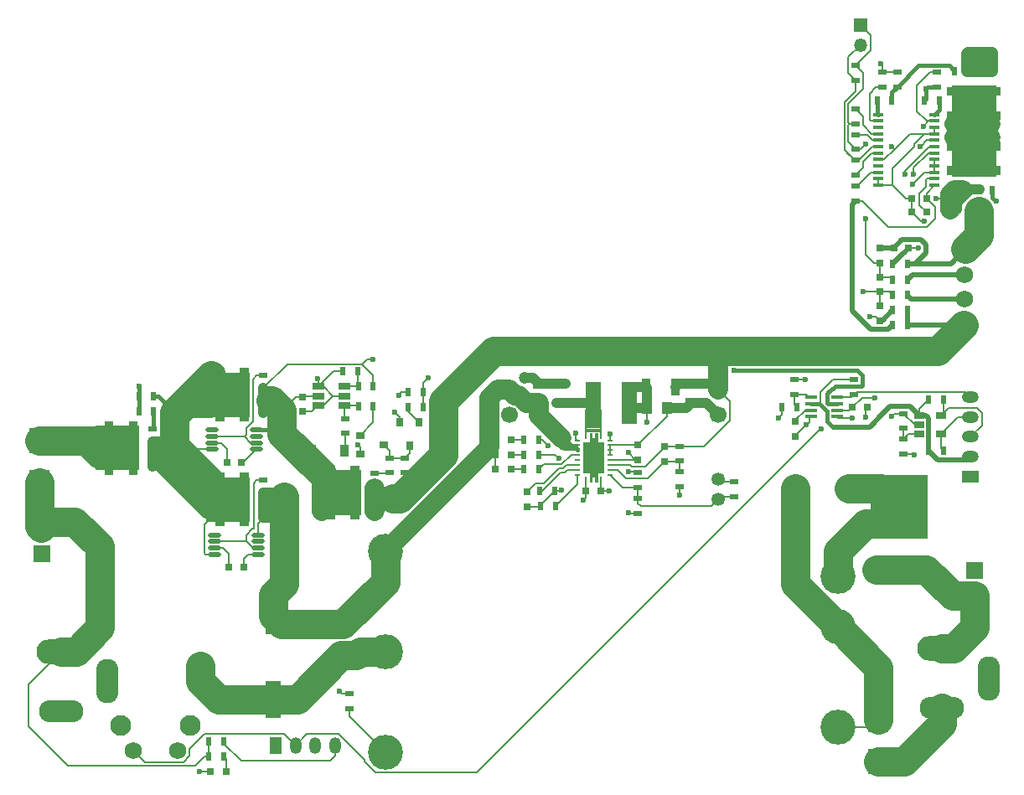
<source format=gtl>
G04 #@! TF.GenerationSoftware,KiCad,Pcbnew,(5.1.8)-1*
G04 #@! TF.CreationDate,2020-12-30T11:10:38+09:00*
G04 #@! TF.ProjectId,JetsonXavierNX_UPS,4a657473-6f6e-4586-9176-6965724e585f,rev?*
G04 #@! TF.SameCoordinates,Original*
G04 #@! TF.FileFunction,Copper,L1,Top*
G04 #@! TF.FilePolarity,Positive*
%FSLAX46Y46*%
G04 Gerber Fmt 4.6, Leading zero omitted, Abs format (unit mm)*
G04 Created by KiCad (PCBNEW (5.1.8)-1) date 2020-12-30 11:10:38*
%MOMM*%
%LPD*%
G01*
G04 APERTURE LIST*
G04 #@! TA.AperFunction,EtchedComponent*
%ADD10C,0.001000*%
G04 #@! TD*
G04 #@! TA.AperFunction,EtchedComponent*
%ADD11C,0.010000*%
G04 #@! TD*
G04 #@! TA.AperFunction,SMDPad,CuDef*
%ADD12R,0.500000X0.900000*%
G04 #@! TD*
G04 #@! TA.AperFunction,SMDPad,CuDef*
%ADD13R,1.220000X0.400000*%
G04 #@! TD*
G04 #@! TA.AperFunction,ComponentPad*
%ADD14O,1.700000X1.200000*%
G04 #@! TD*
G04 #@! TA.AperFunction,ComponentPad*
%ADD15R,1.700000X1.200000*%
G04 #@! TD*
G04 #@! TA.AperFunction,ComponentPad*
%ADD16C,3.540000*%
G04 #@! TD*
G04 #@! TA.AperFunction,SMDPad,CuDef*
%ADD17R,1.492199X3.701999*%
G04 #@! TD*
G04 #@! TA.AperFunction,SMDPad,CuDef*
%ADD18R,0.620000X0.940000*%
G04 #@! TD*
G04 #@! TA.AperFunction,ComponentPad*
%ADD19C,1.750000*%
G04 #@! TD*
G04 #@! TA.AperFunction,ComponentPad*
%ADD20R,1.750000X1.750000*%
G04 #@! TD*
G04 #@! TA.AperFunction,SMDPad,CuDef*
%ADD21R,2.590800X0.762000*%
G04 #@! TD*
G04 #@! TA.AperFunction,SMDPad,CuDef*
%ADD22R,1.250000X1.000000*%
G04 #@! TD*
G04 #@! TA.AperFunction,SMDPad,CuDef*
%ADD23R,1.000000X1.250000*%
G04 #@! TD*
G04 #@! TA.AperFunction,SMDPad,CuDef*
%ADD24R,0.940000X0.620000*%
G04 #@! TD*
G04 #@! TA.AperFunction,SMDPad,CuDef*
%ADD25R,0.800000X0.750000*%
G04 #@! TD*
G04 #@! TA.AperFunction,SMDPad,CuDef*
%ADD26R,0.750000X0.800000*%
G04 #@! TD*
G04 #@! TA.AperFunction,SMDPad,CuDef*
%ADD27R,2.500000X1.000000*%
G04 #@! TD*
G04 #@! TA.AperFunction,SMDPad,CuDef*
%ADD28R,0.800000X0.800000*%
G04 #@! TD*
G04 #@! TA.AperFunction,SMDPad,CuDef*
%ADD29R,0.800000X0.900000*%
G04 #@! TD*
G04 #@! TA.AperFunction,SMDPad,CuDef*
%ADD30R,0.900000X1.200000*%
G04 #@! TD*
G04 #@! TA.AperFunction,SMDPad,CuDef*
%ADD31R,2.030000X2.650000*%
G04 #@! TD*
G04 #@! TA.AperFunction,ComponentPad*
%ADD32O,2.250000X4.500000*%
G04 #@! TD*
G04 #@! TA.AperFunction,ComponentPad*
%ADD33O,4.500000X2.250000*%
G04 #@! TD*
G04 #@! TA.AperFunction,ComponentPad*
%ADD34O,5.000000X2.500000*%
G04 #@! TD*
G04 #@! TA.AperFunction,ComponentPad*
%ADD35R,1.200000X1.700000*%
G04 #@! TD*
G04 #@! TA.AperFunction,ComponentPad*
%ADD36O,1.200000X1.700000*%
G04 #@! TD*
G04 #@! TA.AperFunction,ComponentPad*
%ADD37R,1.350000X1.350000*%
G04 #@! TD*
G04 #@! TA.AperFunction,ComponentPad*
%ADD38O,1.350000X1.350000*%
G04 #@! TD*
G04 #@! TA.AperFunction,SMDPad,CuDef*
%ADD39R,1.500000X4.200000*%
G04 #@! TD*
G04 #@! TA.AperFunction,SMDPad,CuDef*
%ADD40R,0.900000X0.800000*%
G04 #@! TD*
G04 #@! TA.AperFunction,SMDPad,CuDef*
%ADD41R,0.900000X0.500000*%
G04 #@! TD*
G04 #@! TA.AperFunction,SMDPad,CuDef*
%ADD42R,0.900000X1.700000*%
G04 #@! TD*
G04 #@! TA.AperFunction,ComponentPad*
%ADD43C,2.100000*%
G04 #@! TD*
G04 #@! TA.AperFunction,SMDPad,CuDef*
%ADD44O,1.350000X0.449999*%
G04 #@! TD*
G04 #@! TA.AperFunction,SMDPad,CuDef*
%ADD45R,1.060000X0.650000*%
G04 #@! TD*
G04 #@! TA.AperFunction,SMDPad,CuDef*
%ADD46R,1.100000X0.400000*%
G04 #@! TD*
G04 #@! TA.AperFunction,SMDPad,CuDef*
%ADD47R,0.240000X0.600000*%
G04 #@! TD*
G04 #@! TA.AperFunction,SMDPad,CuDef*
%ADD48R,0.600000X0.240000*%
G04 #@! TD*
G04 #@! TA.AperFunction,SMDPad,CuDef*
%ADD49R,2.050000X3.050000*%
G04 #@! TD*
G04 #@! TA.AperFunction,ComponentPad*
%ADD50C,0.300000*%
G04 #@! TD*
G04 #@! TA.AperFunction,SMDPad,CuDef*
%ADD51R,1.220000X0.650000*%
G04 #@! TD*
G04 #@! TA.AperFunction,SMDPad,CuDef*
%ADD52R,1.200000X2.200000*%
G04 #@! TD*
G04 #@! TA.AperFunction,SMDPad,CuDef*
%ADD53R,5.800000X6.400000*%
G04 #@! TD*
G04 #@! TA.AperFunction,SMDPad,CuDef*
%ADD54R,2.750000X3.050000*%
G04 #@! TD*
G04 #@! TA.AperFunction,ComponentPad*
%ADD55C,1.700000*%
G04 #@! TD*
G04 #@! TA.AperFunction,ComponentPad*
%ADD56C,1.350000*%
G04 #@! TD*
G04 #@! TA.AperFunction,ViaPad*
%ADD57C,0.900000*%
G04 #@! TD*
G04 #@! TA.AperFunction,ViaPad*
%ADD58C,0.600000*%
G04 #@! TD*
G04 #@! TA.AperFunction,ViaPad*
%ADD59C,1.200000*%
G04 #@! TD*
G04 #@! TA.AperFunction,Conductor*
%ADD60C,3.000000*%
G04 #@! TD*
G04 #@! TA.AperFunction,Conductor*
%ADD61C,0.200000*%
G04 #@! TD*
G04 #@! TA.AperFunction,Conductor*
%ADD62C,1.000000*%
G04 #@! TD*
G04 #@! TA.AperFunction,Conductor*
%ADD63C,1.200000*%
G04 #@! TD*
G04 #@! TA.AperFunction,Conductor*
%ADD64C,0.400000*%
G04 #@! TD*
G04 #@! TA.AperFunction,Conductor*
%ADD65C,2.000000*%
G04 #@! TD*
G04 #@! TA.AperFunction,Conductor*
%ADD66C,0.500000*%
G04 #@! TD*
G04 APERTURE END LIST*
D10*
G36*
X209305000Y-97120000D02*
G01*
X208700000Y-97120000D01*
X208700000Y-96655000D01*
X208040000Y-96655000D01*
X208040000Y-97120000D01*
X207430000Y-97120000D01*
X207430000Y-96655000D01*
X206770000Y-96655000D01*
X206770000Y-97120000D01*
X206160000Y-97120000D01*
X206160000Y-96655000D01*
X205500000Y-96655000D01*
X205500000Y-97120000D01*
X204895000Y-97120000D01*
X204895000Y-96195000D01*
X204425000Y-96195000D01*
X204425000Y-95395000D01*
X204895000Y-95395000D01*
X204895000Y-93745000D01*
X204425000Y-93745000D01*
X204425000Y-92945000D01*
X204895000Y-92945000D01*
X204895000Y-92795000D01*
X209305000Y-92795000D01*
X209305000Y-92945000D01*
X209775000Y-92945000D01*
X209775000Y-93745000D01*
X209305000Y-93745000D01*
X209305000Y-95395000D01*
X209775000Y-95395000D01*
X209775000Y-96195000D01*
X209305000Y-96195000D01*
X209305000Y-97120000D01*
G37*
X209305000Y-97120000D02*
X208700000Y-97120000D01*
X208700000Y-96655000D01*
X208040000Y-96655000D01*
X208040000Y-97120000D01*
X207430000Y-97120000D01*
X207430000Y-96655000D01*
X206770000Y-96655000D01*
X206770000Y-97120000D01*
X206160000Y-97120000D01*
X206160000Y-96655000D01*
X205500000Y-96655000D01*
X205500000Y-97120000D01*
X204895000Y-97120000D01*
X204895000Y-96195000D01*
X204425000Y-96195000D01*
X204425000Y-95395000D01*
X204895000Y-95395000D01*
X204895000Y-93745000D01*
X204425000Y-93745000D01*
X204425000Y-92945000D01*
X204895000Y-92945000D01*
X204895000Y-92795000D01*
X209305000Y-92795000D01*
X209305000Y-92945000D01*
X209775000Y-92945000D01*
X209775000Y-93745000D01*
X209305000Y-93745000D01*
X209305000Y-95395000D01*
X209775000Y-95395000D01*
X209775000Y-96195000D01*
X209305000Y-96195000D01*
X209305000Y-97120000D01*
G36*
X204895000Y-97580000D02*
G01*
X205500000Y-97580000D01*
X205500000Y-98045000D01*
X206160000Y-98045000D01*
X206160000Y-97580000D01*
X206770000Y-97580000D01*
X206770000Y-98045000D01*
X207430000Y-98045000D01*
X207430000Y-97580000D01*
X208040000Y-97580000D01*
X208040000Y-98045000D01*
X208700000Y-98045000D01*
X208700000Y-97580000D01*
X209305000Y-97580000D01*
X209305000Y-98505000D01*
X209775000Y-98505000D01*
X209775000Y-99305000D01*
X209305000Y-99305000D01*
X209305000Y-100955000D01*
X209775000Y-100955000D01*
X209775000Y-101755000D01*
X209305000Y-101755000D01*
X209305000Y-101905000D01*
X204895000Y-101905000D01*
X204895000Y-101755000D01*
X204425000Y-101755000D01*
X204425000Y-100955000D01*
X204895000Y-100955000D01*
X204895000Y-99305000D01*
X204425000Y-99305000D01*
X204425000Y-98505000D01*
X204895000Y-98505000D01*
X204895000Y-97580000D01*
G37*
X204895000Y-97580000D02*
X205500000Y-97580000D01*
X205500000Y-98045000D01*
X206160000Y-98045000D01*
X206160000Y-97580000D01*
X206770000Y-97580000D01*
X206770000Y-98045000D01*
X207430000Y-98045000D01*
X207430000Y-97580000D01*
X208040000Y-97580000D01*
X208040000Y-98045000D01*
X208700000Y-98045000D01*
X208700000Y-97580000D01*
X209305000Y-97580000D01*
X209305000Y-98505000D01*
X209775000Y-98505000D01*
X209775000Y-99305000D01*
X209305000Y-99305000D01*
X209305000Y-100955000D01*
X209775000Y-100955000D01*
X209775000Y-101755000D01*
X209305000Y-101755000D01*
X209305000Y-101905000D01*
X204895000Y-101905000D01*
X204895000Y-101755000D01*
X204425000Y-101755000D01*
X204425000Y-100955000D01*
X204895000Y-100955000D01*
X204895000Y-99305000D01*
X204425000Y-99305000D01*
X204425000Y-98505000D01*
X204895000Y-98505000D01*
X204895000Y-97580000D01*
G36*
X118380000Y-131605000D02*
G01*
X118380000Y-131000000D01*
X118845000Y-131000000D01*
X118845000Y-130340000D01*
X118380000Y-130340000D01*
X118380000Y-129730000D01*
X118845000Y-129730000D01*
X118845000Y-129070000D01*
X118380000Y-129070000D01*
X118380000Y-128460000D01*
X118845000Y-128460000D01*
X118845000Y-127800000D01*
X118380000Y-127800000D01*
X118380000Y-127195000D01*
X119305000Y-127195000D01*
X119305000Y-126725000D01*
X120105000Y-126725000D01*
X120105000Y-127195000D01*
X121755000Y-127195000D01*
X121755000Y-126725000D01*
X122555000Y-126725000D01*
X122555000Y-127195000D01*
X122705000Y-127195000D01*
X122705000Y-131605000D01*
X122555000Y-131605000D01*
X122555000Y-132075000D01*
X121755000Y-132075000D01*
X121755000Y-131605000D01*
X120105000Y-131605000D01*
X120105000Y-132075000D01*
X119305000Y-132075000D01*
X119305000Y-131605000D01*
X118380000Y-131605000D01*
G37*
X118380000Y-131605000D02*
X118380000Y-131000000D01*
X118845000Y-131000000D01*
X118845000Y-130340000D01*
X118380000Y-130340000D01*
X118380000Y-129730000D01*
X118845000Y-129730000D01*
X118845000Y-129070000D01*
X118380000Y-129070000D01*
X118380000Y-128460000D01*
X118845000Y-128460000D01*
X118845000Y-127800000D01*
X118380000Y-127800000D01*
X118380000Y-127195000D01*
X119305000Y-127195000D01*
X119305000Y-126725000D01*
X120105000Y-126725000D01*
X120105000Y-127195000D01*
X121755000Y-127195000D01*
X121755000Y-126725000D01*
X122555000Y-126725000D01*
X122555000Y-127195000D01*
X122705000Y-127195000D01*
X122705000Y-131605000D01*
X122555000Y-131605000D01*
X122555000Y-132075000D01*
X121755000Y-132075000D01*
X121755000Y-131605000D01*
X120105000Y-131605000D01*
X120105000Y-132075000D01*
X119305000Y-132075000D01*
X119305000Y-131605000D01*
X118380000Y-131605000D01*
G36*
X129580000Y-126205000D02*
G01*
X129580000Y-125600000D01*
X130045000Y-125600000D01*
X130045000Y-124940000D01*
X129580000Y-124940000D01*
X129580000Y-124330000D01*
X130045000Y-124330000D01*
X130045000Y-123670000D01*
X129580000Y-123670000D01*
X129580000Y-123060000D01*
X130045000Y-123060000D01*
X130045000Y-122400000D01*
X129580000Y-122400000D01*
X129580000Y-121795000D01*
X130505000Y-121795000D01*
X130505000Y-121325000D01*
X131305000Y-121325000D01*
X131305000Y-121795000D01*
X132955000Y-121795000D01*
X132955000Y-121325000D01*
X133755000Y-121325000D01*
X133755000Y-121795000D01*
X133905000Y-121795000D01*
X133905000Y-126205000D01*
X133755000Y-126205000D01*
X133755000Y-126675000D01*
X132955000Y-126675000D01*
X132955000Y-126205000D01*
X131305000Y-126205000D01*
X131305000Y-126675000D01*
X130505000Y-126675000D01*
X130505000Y-126205000D01*
X129580000Y-126205000D01*
G37*
X129580000Y-126205000D02*
X129580000Y-125600000D01*
X130045000Y-125600000D01*
X130045000Y-124940000D01*
X129580000Y-124940000D01*
X129580000Y-124330000D01*
X130045000Y-124330000D01*
X130045000Y-123670000D01*
X129580000Y-123670000D01*
X129580000Y-123060000D01*
X130045000Y-123060000D01*
X130045000Y-122400000D01*
X129580000Y-122400000D01*
X129580000Y-121795000D01*
X130505000Y-121795000D01*
X130505000Y-121325000D01*
X131305000Y-121325000D01*
X131305000Y-121795000D01*
X132955000Y-121795000D01*
X132955000Y-121325000D01*
X133755000Y-121325000D01*
X133755000Y-121795000D01*
X133905000Y-121795000D01*
X133905000Y-126205000D01*
X133755000Y-126205000D01*
X133755000Y-126675000D01*
X132955000Y-126675000D01*
X132955000Y-126205000D01*
X131305000Y-126205000D01*
X131305000Y-126675000D01*
X130505000Y-126675000D01*
X130505000Y-126205000D01*
X129580000Y-126205000D01*
G36*
X129580000Y-136805000D02*
G01*
X129580000Y-136200000D01*
X130045000Y-136200000D01*
X130045000Y-135540000D01*
X129580000Y-135540000D01*
X129580000Y-134930000D01*
X130045000Y-134930000D01*
X130045000Y-134270000D01*
X129580000Y-134270000D01*
X129580000Y-133660000D01*
X130045000Y-133660000D01*
X130045000Y-133000000D01*
X129580000Y-133000000D01*
X129580000Y-132395000D01*
X130505000Y-132395000D01*
X130505000Y-131925000D01*
X131305000Y-131925000D01*
X131305000Y-132395000D01*
X132955000Y-132395000D01*
X132955000Y-131925000D01*
X133755000Y-131925000D01*
X133755000Y-132395000D01*
X133905000Y-132395000D01*
X133905000Y-136805000D01*
X133755000Y-136805000D01*
X133755000Y-137275000D01*
X132955000Y-137275000D01*
X132955000Y-136805000D01*
X131305000Y-136805000D01*
X131305000Y-137275000D01*
X130505000Y-137275000D01*
X130505000Y-136805000D01*
X129580000Y-136805000D01*
G37*
X129580000Y-136805000D02*
X129580000Y-136200000D01*
X130045000Y-136200000D01*
X130045000Y-135540000D01*
X129580000Y-135540000D01*
X129580000Y-134930000D01*
X130045000Y-134930000D01*
X130045000Y-134270000D01*
X129580000Y-134270000D01*
X129580000Y-133660000D01*
X130045000Y-133660000D01*
X130045000Y-133000000D01*
X129580000Y-133000000D01*
X129580000Y-132395000D01*
X130505000Y-132395000D01*
X130505000Y-131925000D01*
X131305000Y-131925000D01*
X131305000Y-132395000D01*
X132955000Y-132395000D01*
X132955000Y-131925000D01*
X133755000Y-131925000D01*
X133755000Y-132395000D01*
X133905000Y-132395000D01*
X133905000Y-136805000D01*
X133755000Y-136805000D01*
X133755000Y-137275000D01*
X132955000Y-137275000D01*
X132955000Y-136805000D01*
X131305000Y-136805000D01*
X131305000Y-137275000D01*
X130505000Y-137275000D01*
X130505000Y-136805000D01*
X129580000Y-136805000D01*
G36*
X140780000Y-136105000D02*
G01*
X140780000Y-135500000D01*
X141245000Y-135500000D01*
X141245000Y-134840000D01*
X140780000Y-134840000D01*
X140780000Y-134230000D01*
X141245000Y-134230000D01*
X141245000Y-133570000D01*
X140780000Y-133570000D01*
X140780000Y-132960000D01*
X141245000Y-132960000D01*
X141245000Y-132300000D01*
X140780000Y-132300000D01*
X140780000Y-131695000D01*
X141705000Y-131695000D01*
X141705000Y-131225000D01*
X142505000Y-131225000D01*
X142505000Y-131695000D01*
X144155000Y-131695000D01*
X144155000Y-131225000D01*
X144955000Y-131225000D01*
X144955000Y-131695000D01*
X145105000Y-131695000D01*
X145105000Y-136105000D01*
X144955000Y-136105000D01*
X144955000Y-136575000D01*
X144155000Y-136575000D01*
X144155000Y-136105000D01*
X142505000Y-136105000D01*
X142505000Y-136575000D01*
X141705000Y-136575000D01*
X141705000Y-136105000D01*
X140780000Y-136105000D01*
G37*
X140780000Y-136105000D02*
X140780000Y-135500000D01*
X141245000Y-135500000D01*
X141245000Y-134840000D01*
X140780000Y-134840000D01*
X140780000Y-134230000D01*
X141245000Y-134230000D01*
X141245000Y-133570000D01*
X140780000Y-133570000D01*
X140780000Y-132960000D01*
X141245000Y-132960000D01*
X141245000Y-132300000D01*
X140780000Y-132300000D01*
X140780000Y-131695000D01*
X141705000Y-131695000D01*
X141705000Y-131225000D01*
X142505000Y-131225000D01*
X142505000Y-131695000D01*
X144155000Y-131695000D01*
X144155000Y-131225000D01*
X144955000Y-131225000D01*
X144955000Y-131695000D01*
X145105000Y-131695000D01*
X145105000Y-136105000D01*
X144955000Y-136105000D01*
X144955000Y-136575000D01*
X144155000Y-136575000D01*
X144155000Y-136105000D01*
X142505000Y-136105000D01*
X142505000Y-136575000D01*
X141705000Y-136575000D01*
X141705000Y-136105000D01*
X140780000Y-136105000D01*
D11*
G36*
X168325000Y-128875000D02*
G01*
X168325000Y-128000000D01*
X168325069Y-127997383D01*
X168325274Y-127994774D01*
X168325616Y-127992178D01*
X168326093Y-127989604D01*
X168326704Y-127987059D01*
X168327447Y-127984549D01*
X168328321Y-127982082D01*
X168329323Y-127979663D01*
X168330450Y-127977300D01*
X168331699Y-127975000D01*
X168333066Y-127972768D01*
X168334549Y-127970611D01*
X168336143Y-127968534D01*
X168337843Y-127966543D01*
X168339645Y-127964645D01*
X168341543Y-127962843D01*
X168343534Y-127961143D01*
X168345611Y-127959549D01*
X168347768Y-127958066D01*
X168350000Y-127956699D01*
X168352300Y-127955450D01*
X168354663Y-127954323D01*
X168357082Y-127953321D01*
X168359549Y-127952447D01*
X168362059Y-127951704D01*
X168364604Y-127951093D01*
X168367178Y-127950616D01*
X168369774Y-127950274D01*
X168372383Y-127950069D01*
X168375000Y-127950000D01*
X168475000Y-127950000D01*
X168477617Y-127950069D01*
X168480226Y-127950274D01*
X168482822Y-127950616D01*
X168485396Y-127951093D01*
X168487941Y-127951704D01*
X168490451Y-127952447D01*
X168492918Y-127953321D01*
X168495337Y-127954323D01*
X168497700Y-127955450D01*
X168500000Y-127956699D01*
X168502232Y-127958066D01*
X168504389Y-127959549D01*
X168506466Y-127961143D01*
X168508457Y-127962843D01*
X168510355Y-127964645D01*
X168512157Y-127966543D01*
X168513857Y-127968534D01*
X168515451Y-127970611D01*
X168516934Y-127972768D01*
X168518301Y-127975000D01*
X168519550Y-127977300D01*
X168520677Y-127979663D01*
X168521679Y-127982082D01*
X168522553Y-127984549D01*
X168523296Y-127987059D01*
X168523907Y-127989604D01*
X168524384Y-127992178D01*
X168524726Y-127994774D01*
X168524931Y-127997383D01*
X168525000Y-128000000D01*
X168525000Y-128475000D01*
X168875000Y-128475000D01*
X168875000Y-128000000D01*
X168875069Y-127997383D01*
X168875274Y-127994774D01*
X168875616Y-127992178D01*
X168876093Y-127989604D01*
X168876704Y-127987059D01*
X168877447Y-127984549D01*
X168878321Y-127982082D01*
X168879323Y-127979663D01*
X168880450Y-127977300D01*
X168881699Y-127975000D01*
X168883066Y-127972768D01*
X168884549Y-127970611D01*
X168886143Y-127968534D01*
X168887843Y-127966543D01*
X168889645Y-127964645D01*
X168891543Y-127962843D01*
X168893534Y-127961143D01*
X168895611Y-127959549D01*
X168897768Y-127958066D01*
X168900000Y-127956699D01*
X168902300Y-127955450D01*
X168904663Y-127954323D01*
X168907082Y-127953321D01*
X168909549Y-127952447D01*
X168912059Y-127951704D01*
X168914604Y-127951093D01*
X168917178Y-127950616D01*
X168919774Y-127950274D01*
X168922383Y-127950069D01*
X168925000Y-127950000D01*
X169025000Y-127950000D01*
X169027617Y-127950069D01*
X169030226Y-127950274D01*
X169032822Y-127950616D01*
X169035396Y-127951093D01*
X169037941Y-127951704D01*
X169040451Y-127952447D01*
X169042918Y-127953321D01*
X169045337Y-127954323D01*
X169047700Y-127955450D01*
X169050000Y-127956699D01*
X169052232Y-127958066D01*
X169054389Y-127959549D01*
X169056466Y-127961143D01*
X169058457Y-127962843D01*
X169060355Y-127964645D01*
X169062157Y-127966543D01*
X169063857Y-127968534D01*
X169065451Y-127970611D01*
X169066934Y-127972768D01*
X169068301Y-127975000D01*
X169069550Y-127977300D01*
X169070677Y-127979663D01*
X169071679Y-127982082D01*
X169072553Y-127984549D01*
X169073296Y-127987059D01*
X169073907Y-127989604D01*
X169074384Y-127992178D01*
X169074726Y-127994774D01*
X169074931Y-127997383D01*
X169075000Y-128000000D01*
X169075000Y-128875000D01*
X169675000Y-128875000D01*
X169677617Y-128875069D01*
X169680226Y-128875274D01*
X169682822Y-128875616D01*
X169685396Y-128876093D01*
X169687941Y-128876704D01*
X169690451Y-128877447D01*
X169692918Y-128878321D01*
X169695337Y-128879323D01*
X169697700Y-128880450D01*
X169700000Y-128881699D01*
X169702232Y-128883066D01*
X169704389Y-128884549D01*
X169706466Y-128886143D01*
X169708457Y-128887843D01*
X169710355Y-128889645D01*
X169712157Y-128891543D01*
X169713857Y-128893534D01*
X169715451Y-128895611D01*
X169716934Y-128897768D01*
X169718301Y-128900000D01*
X169719550Y-128902300D01*
X169720677Y-128904663D01*
X169721679Y-128907082D01*
X169722553Y-128909549D01*
X169723296Y-128912059D01*
X169723907Y-128914604D01*
X169724384Y-128917178D01*
X169724726Y-128919774D01*
X169724931Y-128922383D01*
X169725000Y-128925000D01*
X169725000Y-131875000D01*
X169724931Y-131877617D01*
X169724726Y-131880226D01*
X169724384Y-131882822D01*
X169723907Y-131885396D01*
X169723296Y-131887941D01*
X169722553Y-131890451D01*
X169721679Y-131892918D01*
X169720677Y-131895337D01*
X169719550Y-131897700D01*
X169718301Y-131900000D01*
X169716934Y-131902232D01*
X169715451Y-131904389D01*
X169713857Y-131906466D01*
X169712157Y-131908457D01*
X169710355Y-131910355D01*
X169708457Y-131912157D01*
X169706466Y-131913857D01*
X169704389Y-131915451D01*
X169702232Y-131916934D01*
X169700000Y-131918301D01*
X169697700Y-131919550D01*
X169695337Y-131920677D01*
X169692918Y-131921679D01*
X169690451Y-131922553D01*
X169687941Y-131923296D01*
X169685396Y-131923907D01*
X169682822Y-131924384D01*
X169680226Y-131924726D01*
X169677617Y-131924931D01*
X169675000Y-131925000D01*
X169075000Y-131925000D01*
X169075000Y-132800000D01*
X169074931Y-132802617D01*
X169074726Y-132805226D01*
X169074384Y-132807822D01*
X169073907Y-132810396D01*
X169073296Y-132812941D01*
X169072553Y-132815451D01*
X169071679Y-132817918D01*
X169070677Y-132820337D01*
X169069550Y-132822700D01*
X169068301Y-132825000D01*
X169066934Y-132827232D01*
X169065451Y-132829389D01*
X169063857Y-132831466D01*
X169062157Y-132833457D01*
X169060355Y-132835355D01*
X169058457Y-132837157D01*
X169056466Y-132838857D01*
X169054389Y-132840451D01*
X169052232Y-132841934D01*
X169050000Y-132843301D01*
X169047700Y-132844550D01*
X169045337Y-132845677D01*
X169042918Y-132846679D01*
X169040451Y-132847553D01*
X169037941Y-132848296D01*
X169035396Y-132848907D01*
X169032822Y-132849384D01*
X169030226Y-132849726D01*
X169027617Y-132849931D01*
X169025000Y-132850000D01*
X168925000Y-132850000D01*
X168922383Y-132849931D01*
X168919774Y-132849726D01*
X168917178Y-132849384D01*
X168914604Y-132848907D01*
X168912059Y-132848296D01*
X168909549Y-132847553D01*
X168907082Y-132846679D01*
X168904663Y-132845677D01*
X168902300Y-132844550D01*
X168900000Y-132843301D01*
X168897768Y-132841934D01*
X168895611Y-132840451D01*
X168893534Y-132838857D01*
X168891543Y-132837157D01*
X168889645Y-132835355D01*
X168887843Y-132833457D01*
X168886143Y-132831466D01*
X168884549Y-132829389D01*
X168883066Y-132827232D01*
X168881699Y-132825000D01*
X168880450Y-132822700D01*
X168879323Y-132820337D01*
X168878321Y-132817918D01*
X168877447Y-132815451D01*
X168876704Y-132812941D01*
X168876093Y-132810396D01*
X168875616Y-132807822D01*
X168875274Y-132805226D01*
X168875069Y-132802617D01*
X168875000Y-132800000D01*
X168875000Y-132325000D01*
X168525000Y-132325000D01*
X168525000Y-132800000D01*
X168524931Y-132802617D01*
X168524726Y-132805226D01*
X168524384Y-132807822D01*
X168523907Y-132810396D01*
X168523296Y-132812941D01*
X168522553Y-132815451D01*
X168521679Y-132817918D01*
X168520677Y-132820337D01*
X168519550Y-132822700D01*
X168518301Y-132825000D01*
X168516934Y-132827232D01*
X168515451Y-132829389D01*
X168513857Y-132831466D01*
X168512157Y-132833457D01*
X168510355Y-132835355D01*
X168508457Y-132837157D01*
X168506466Y-132838857D01*
X168504389Y-132840451D01*
X168502232Y-132841934D01*
X168500000Y-132843301D01*
X168497700Y-132844550D01*
X168495337Y-132845677D01*
X168492918Y-132846679D01*
X168490451Y-132847553D01*
X168487941Y-132848296D01*
X168485396Y-132848907D01*
X168482822Y-132849384D01*
X168480226Y-132849726D01*
X168477617Y-132849931D01*
X168475000Y-132850000D01*
X168375000Y-132850000D01*
X168372383Y-132849931D01*
X168369774Y-132849726D01*
X168367178Y-132849384D01*
X168364604Y-132848907D01*
X168362059Y-132848296D01*
X168359549Y-132847553D01*
X168357082Y-132846679D01*
X168354663Y-132845677D01*
X168352300Y-132844550D01*
X168350000Y-132843301D01*
X168347768Y-132841934D01*
X168345611Y-132840451D01*
X168343534Y-132838857D01*
X168341543Y-132837157D01*
X168339645Y-132835355D01*
X168337843Y-132833457D01*
X168336143Y-132831466D01*
X168334549Y-132829389D01*
X168333066Y-132827232D01*
X168331699Y-132825000D01*
X168330450Y-132822700D01*
X168329323Y-132820337D01*
X168328321Y-132817918D01*
X168327447Y-132815451D01*
X168326704Y-132812941D01*
X168326093Y-132810396D01*
X168325616Y-132807822D01*
X168325274Y-132805226D01*
X168325069Y-132802617D01*
X168325000Y-132800000D01*
X168325000Y-131925000D01*
X167725000Y-131925000D01*
X167722383Y-131924931D01*
X167719774Y-131924726D01*
X167717178Y-131924384D01*
X167714604Y-131923907D01*
X167712059Y-131923296D01*
X167709549Y-131922553D01*
X167707082Y-131921679D01*
X167704663Y-131920677D01*
X167702300Y-131919550D01*
X167700000Y-131918301D01*
X167697768Y-131916934D01*
X167695611Y-131915451D01*
X167693534Y-131913857D01*
X167691543Y-131912157D01*
X167689645Y-131910355D01*
X167687843Y-131908457D01*
X167686143Y-131906466D01*
X167684549Y-131904389D01*
X167683066Y-131902232D01*
X167681699Y-131900000D01*
X167680450Y-131897700D01*
X167679323Y-131895337D01*
X167678321Y-131892918D01*
X167677447Y-131890451D01*
X167676704Y-131887941D01*
X167676093Y-131885396D01*
X167675616Y-131882822D01*
X167675274Y-131880226D01*
X167675069Y-131877617D01*
X167675000Y-131875000D01*
X167675000Y-128925000D01*
X167675069Y-128922383D01*
X167675274Y-128919774D01*
X167675616Y-128917178D01*
X167676093Y-128914604D01*
X167676704Y-128912059D01*
X167677447Y-128909549D01*
X167678321Y-128907082D01*
X167679323Y-128904663D01*
X167680450Y-128902300D01*
X167681699Y-128900000D01*
X167683066Y-128897768D01*
X167684549Y-128895611D01*
X167686143Y-128893534D01*
X167687843Y-128891543D01*
X167689645Y-128889645D01*
X167691543Y-128887843D01*
X167693534Y-128886143D01*
X167695611Y-128884549D01*
X167697768Y-128883066D01*
X167700000Y-128881699D01*
X167702300Y-128880450D01*
X167704663Y-128879323D01*
X167707082Y-128878321D01*
X167709549Y-128877447D01*
X167712059Y-128876704D01*
X167714604Y-128876093D01*
X167717178Y-128875616D01*
X167719774Y-128875274D01*
X167722383Y-128875069D01*
X167725000Y-128875000D01*
X168325000Y-128875000D01*
G37*
X168325000Y-128875000D02*
X168325000Y-128000000D01*
X168325069Y-127997383D01*
X168325274Y-127994774D01*
X168325616Y-127992178D01*
X168326093Y-127989604D01*
X168326704Y-127987059D01*
X168327447Y-127984549D01*
X168328321Y-127982082D01*
X168329323Y-127979663D01*
X168330450Y-127977300D01*
X168331699Y-127975000D01*
X168333066Y-127972768D01*
X168334549Y-127970611D01*
X168336143Y-127968534D01*
X168337843Y-127966543D01*
X168339645Y-127964645D01*
X168341543Y-127962843D01*
X168343534Y-127961143D01*
X168345611Y-127959549D01*
X168347768Y-127958066D01*
X168350000Y-127956699D01*
X168352300Y-127955450D01*
X168354663Y-127954323D01*
X168357082Y-127953321D01*
X168359549Y-127952447D01*
X168362059Y-127951704D01*
X168364604Y-127951093D01*
X168367178Y-127950616D01*
X168369774Y-127950274D01*
X168372383Y-127950069D01*
X168375000Y-127950000D01*
X168475000Y-127950000D01*
X168477617Y-127950069D01*
X168480226Y-127950274D01*
X168482822Y-127950616D01*
X168485396Y-127951093D01*
X168487941Y-127951704D01*
X168490451Y-127952447D01*
X168492918Y-127953321D01*
X168495337Y-127954323D01*
X168497700Y-127955450D01*
X168500000Y-127956699D01*
X168502232Y-127958066D01*
X168504389Y-127959549D01*
X168506466Y-127961143D01*
X168508457Y-127962843D01*
X168510355Y-127964645D01*
X168512157Y-127966543D01*
X168513857Y-127968534D01*
X168515451Y-127970611D01*
X168516934Y-127972768D01*
X168518301Y-127975000D01*
X168519550Y-127977300D01*
X168520677Y-127979663D01*
X168521679Y-127982082D01*
X168522553Y-127984549D01*
X168523296Y-127987059D01*
X168523907Y-127989604D01*
X168524384Y-127992178D01*
X168524726Y-127994774D01*
X168524931Y-127997383D01*
X168525000Y-128000000D01*
X168525000Y-128475000D01*
X168875000Y-128475000D01*
X168875000Y-128000000D01*
X168875069Y-127997383D01*
X168875274Y-127994774D01*
X168875616Y-127992178D01*
X168876093Y-127989604D01*
X168876704Y-127987059D01*
X168877447Y-127984549D01*
X168878321Y-127982082D01*
X168879323Y-127979663D01*
X168880450Y-127977300D01*
X168881699Y-127975000D01*
X168883066Y-127972768D01*
X168884549Y-127970611D01*
X168886143Y-127968534D01*
X168887843Y-127966543D01*
X168889645Y-127964645D01*
X168891543Y-127962843D01*
X168893534Y-127961143D01*
X168895611Y-127959549D01*
X168897768Y-127958066D01*
X168900000Y-127956699D01*
X168902300Y-127955450D01*
X168904663Y-127954323D01*
X168907082Y-127953321D01*
X168909549Y-127952447D01*
X168912059Y-127951704D01*
X168914604Y-127951093D01*
X168917178Y-127950616D01*
X168919774Y-127950274D01*
X168922383Y-127950069D01*
X168925000Y-127950000D01*
X169025000Y-127950000D01*
X169027617Y-127950069D01*
X169030226Y-127950274D01*
X169032822Y-127950616D01*
X169035396Y-127951093D01*
X169037941Y-127951704D01*
X169040451Y-127952447D01*
X169042918Y-127953321D01*
X169045337Y-127954323D01*
X169047700Y-127955450D01*
X169050000Y-127956699D01*
X169052232Y-127958066D01*
X169054389Y-127959549D01*
X169056466Y-127961143D01*
X169058457Y-127962843D01*
X169060355Y-127964645D01*
X169062157Y-127966543D01*
X169063857Y-127968534D01*
X169065451Y-127970611D01*
X169066934Y-127972768D01*
X169068301Y-127975000D01*
X169069550Y-127977300D01*
X169070677Y-127979663D01*
X169071679Y-127982082D01*
X169072553Y-127984549D01*
X169073296Y-127987059D01*
X169073907Y-127989604D01*
X169074384Y-127992178D01*
X169074726Y-127994774D01*
X169074931Y-127997383D01*
X169075000Y-128000000D01*
X169075000Y-128875000D01*
X169675000Y-128875000D01*
X169677617Y-128875069D01*
X169680226Y-128875274D01*
X169682822Y-128875616D01*
X169685396Y-128876093D01*
X169687941Y-128876704D01*
X169690451Y-128877447D01*
X169692918Y-128878321D01*
X169695337Y-128879323D01*
X169697700Y-128880450D01*
X169700000Y-128881699D01*
X169702232Y-128883066D01*
X169704389Y-128884549D01*
X169706466Y-128886143D01*
X169708457Y-128887843D01*
X169710355Y-128889645D01*
X169712157Y-128891543D01*
X169713857Y-128893534D01*
X169715451Y-128895611D01*
X169716934Y-128897768D01*
X169718301Y-128900000D01*
X169719550Y-128902300D01*
X169720677Y-128904663D01*
X169721679Y-128907082D01*
X169722553Y-128909549D01*
X169723296Y-128912059D01*
X169723907Y-128914604D01*
X169724384Y-128917178D01*
X169724726Y-128919774D01*
X169724931Y-128922383D01*
X169725000Y-128925000D01*
X169725000Y-131875000D01*
X169724931Y-131877617D01*
X169724726Y-131880226D01*
X169724384Y-131882822D01*
X169723907Y-131885396D01*
X169723296Y-131887941D01*
X169722553Y-131890451D01*
X169721679Y-131892918D01*
X169720677Y-131895337D01*
X169719550Y-131897700D01*
X169718301Y-131900000D01*
X169716934Y-131902232D01*
X169715451Y-131904389D01*
X169713857Y-131906466D01*
X169712157Y-131908457D01*
X169710355Y-131910355D01*
X169708457Y-131912157D01*
X169706466Y-131913857D01*
X169704389Y-131915451D01*
X169702232Y-131916934D01*
X169700000Y-131918301D01*
X169697700Y-131919550D01*
X169695337Y-131920677D01*
X169692918Y-131921679D01*
X169690451Y-131922553D01*
X169687941Y-131923296D01*
X169685396Y-131923907D01*
X169682822Y-131924384D01*
X169680226Y-131924726D01*
X169677617Y-131924931D01*
X169675000Y-131925000D01*
X169075000Y-131925000D01*
X169075000Y-132800000D01*
X169074931Y-132802617D01*
X169074726Y-132805226D01*
X169074384Y-132807822D01*
X169073907Y-132810396D01*
X169073296Y-132812941D01*
X169072553Y-132815451D01*
X169071679Y-132817918D01*
X169070677Y-132820337D01*
X169069550Y-132822700D01*
X169068301Y-132825000D01*
X169066934Y-132827232D01*
X169065451Y-132829389D01*
X169063857Y-132831466D01*
X169062157Y-132833457D01*
X169060355Y-132835355D01*
X169058457Y-132837157D01*
X169056466Y-132838857D01*
X169054389Y-132840451D01*
X169052232Y-132841934D01*
X169050000Y-132843301D01*
X169047700Y-132844550D01*
X169045337Y-132845677D01*
X169042918Y-132846679D01*
X169040451Y-132847553D01*
X169037941Y-132848296D01*
X169035396Y-132848907D01*
X169032822Y-132849384D01*
X169030226Y-132849726D01*
X169027617Y-132849931D01*
X169025000Y-132850000D01*
X168925000Y-132850000D01*
X168922383Y-132849931D01*
X168919774Y-132849726D01*
X168917178Y-132849384D01*
X168914604Y-132848907D01*
X168912059Y-132848296D01*
X168909549Y-132847553D01*
X168907082Y-132846679D01*
X168904663Y-132845677D01*
X168902300Y-132844550D01*
X168900000Y-132843301D01*
X168897768Y-132841934D01*
X168895611Y-132840451D01*
X168893534Y-132838857D01*
X168891543Y-132837157D01*
X168889645Y-132835355D01*
X168887843Y-132833457D01*
X168886143Y-132831466D01*
X168884549Y-132829389D01*
X168883066Y-132827232D01*
X168881699Y-132825000D01*
X168880450Y-132822700D01*
X168879323Y-132820337D01*
X168878321Y-132817918D01*
X168877447Y-132815451D01*
X168876704Y-132812941D01*
X168876093Y-132810396D01*
X168875616Y-132807822D01*
X168875274Y-132805226D01*
X168875069Y-132802617D01*
X168875000Y-132800000D01*
X168875000Y-132325000D01*
X168525000Y-132325000D01*
X168525000Y-132800000D01*
X168524931Y-132802617D01*
X168524726Y-132805226D01*
X168524384Y-132807822D01*
X168523907Y-132810396D01*
X168523296Y-132812941D01*
X168522553Y-132815451D01*
X168521679Y-132817918D01*
X168520677Y-132820337D01*
X168519550Y-132822700D01*
X168518301Y-132825000D01*
X168516934Y-132827232D01*
X168515451Y-132829389D01*
X168513857Y-132831466D01*
X168512157Y-132833457D01*
X168510355Y-132835355D01*
X168508457Y-132837157D01*
X168506466Y-132838857D01*
X168504389Y-132840451D01*
X168502232Y-132841934D01*
X168500000Y-132843301D01*
X168497700Y-132844550D01*
X168495337Y-132845677D01*
X168492918Y-132846679D01*
X168490451Y-132847553D01*
X168487941Y-132848296D01*
X168485396Y-132848907D01*
X168482822Y-132849384D01*
X168480226Y-132849726D01*
X168477617Y-132849931D01*
X168475000Y-132850000D01*
X168375000Y-132850000D01*
X168372383Y-132849931D01*
X168369774Y-132849726D01*
X168367178Y-132849384D01*
X168364604Y-132848907D01*
X168362059Y-132848296D01*
X168359549Y-132847553D01*
X168357082Y-132846679D01*
X168354663Y-132845677D01*
X168352300Y-132844550D01*
X168350000Y-132843301D01*
X168347768Y-132841934D01*
X168345611Y-132840451D01*
X168343534Y-132838857D01*
X168341543Y-132837157D01*
X168339645Y-132835355D01*
X168337843Y-132833457D01*
X168336143Y-132831466D01*
X168334549Y-132829389D01*
X168333066Y-132827232D01*
X168331699Y-132825000D01*
X168330450Y-132822700D01*
X168329323Y-132820337D01*
X168328321Y-132817918D01*
X168327447Y-132815451D01*
X168326704Y-132812941D01*
X168326093Y-132810396D01*
X168325616Y-132807822D01*
X168325274Y-132805226D01*
X168325069Y-132802617D01*
X168325000Y-132800000D01*
X168325000Y-131925000D01*
X167725000Y-131925000D01*
X167722383Y-131924931D01*
X167719774Y-131924726D01*
X167717178Y-131924384D01*
X167714604Y-131923907D01*
X167712059Y-131923296D01*
X167709549Y-131922553D01*
X167707082Y-131921679D01*
X167704663Y-131920677D01*
X167702300Y-131919550D01*
X167700000Y-131918301D01*
X167697768Y-131916934D01*
X167695611Y-131915451D01*
X167693534Y-131913857D01*
X167691543Y-131912157D01*
X167689645Y-131910355D01*
X167687843Y-131908457D01*
X167686143Y-131906466D01*
X167684549Y-131904389D01*
X167683066Y-131902232D01*
X167681699Y-131900000D01*
X167680450Y-131897700D01*
X167679323Y-131895337D01*
X167678321Y-131892918D01*
X167677447Y-131890451D01*
X167676704Y-131887941D01*
X167676093Y-131885396D01*
X167675616Y-131882822D01*
X167675274Y-131880226D01*
X167675069Y-131877617D01*
X167675000Y-131875000D01*
X167675000Y-128925000D01*
X167675069Y-128922383D01*
X167675274Y-128919774D01*
X167675616Y-128917178D01*
X167676093Y-128914604D01*
X167676704Y-128912059D01*
X167677447Y-128909549D01*
X167678321Y-128907082D01*
X167679323Y-128904663D01*
X167680450Y-128902300D01*
X167681699Y-128900000D01*
X167683066Y-128897768D01*
X167684549Y-128895611D01*
X167686143Y-128893534D01*
X167687843Y-128891543D01*
X167689645Y-128889645D01*
X167691543Y-128887843D01*
X167693534Y-128886143D01*
X167695611Y-128884549D01*
X167697768Y-128883066D01*
X167700000Y-128881699D01*
X167702300Y-128880450D01*
X167704663Y-128879323D01*
X167707082Y-128878321D01*
X167709549Y-128877447D01*
X167712059Y-128876704D01*
X167714604Y-128876093D01*
X167717178Y-128875616D01*
X167719774Y-128875274D01*
X167722383Y-128875069D01*
X167725000Y-128875000D01*
X168325000Y-128875000D01*
D12*
X124250000Y-125700000D03*
X122750000Y-125700000D03*
X124250000Y-124200000D03*
X122750000Y-124200000D03*
D13*
X190690000Y-124330000D03*
X190690000Y-124970000D03*
X190690000Y-125630000D03*
X190690000Y-126270000D03*
X193310000Y-126270000D03*
X193310000Y-125630000D03*
X193310000Y-124970000D03*
X193310000Y-124330000D03*
D14*
X206800000Y-124300000D03*
X206800000Y-126300000D03*
X206800000Y-128300000D03*
X206800000Y-130300000D03*
D15*
X206800000Y-132300000D03*
D16*
X147640000Y-139840000D03*
X147640000Y-160160000D03*
X147640000Y-150000000D03*
X193360000Y-142380000D03*
X193360000Y-147460000D03*
X193360000Y-157620000D03*
D17*
X136300000Y-146350300D03*
X136300000Y-154849700D03*
D18*
X209005000Y-96655000D03*
X207735000Y-96655000D03*
X206465000Y-96655000D03*
X205195000Y-96655000D03*
X205195000Y-91345000D03*
X206465000Y-91345000D03*
X207735000Y-91345000D03*
X209005000Y-91345000D03*
X205195000Y-103355000D03*
X206465000Y-103355000D03*
X207735000Y-103355000D03*
X209005000Y-103355000D03*
X209005000Y-98045000D03*
X207735000Y-98045000D03*
X206465000Y-98045000D03*
X205195000Y-98045000D03*
D19*
X206200000Y-109400000D03*
X206200000Y-111900000D03*
X206200000Y-114400000D03*
D20*
X206200000Y-116900000D03*
D21*
X194505100Y-133500000D03*
X189094900Y-133500000D03*
D22*
X163200000Y-124900000D03*
X163200000Y-122900000D03*
X178600000Y-122900000D03*
X178600000Y-124900000D03*
D23*
X174100000Y-125400000D03*
X176100000Y-125400000D03*
D24*
X124155000Y-131305000D03*
X124155000Y-130035000D03*
X124155000Y-128765000D03*
X124155000Y-127495000D03*
X118845000Y-127495000D03*
X118845000Y-128765000D03*
X118845000Y-130035000D03*
X118845000Y-131305000D03*
D25*
X131650000Y-130900000D03*
X133150000Y-130900000D03*
X133350000Y-141500000D03*
X131850000Y-141500000D03*
X196350000Y-125300000D03*
X194850000Y-125300000D03*
D26*
X189100000Y-128250000D03*
X189100000Y-126750000D03*
D25*
X202350000Y-104200000D03*
X200850000Y-104200000D03*
X202350000Y-105600000D03*
X200850000Y-105600000D03*
D26*
X197600000Y-116550000D03*
X197600000Y-115050000D03*
X197600000Y-112150000D03*
X197600000Y-113650000D03*
X197600000Y-110750000D03*
X197600000Y-109250000D03*
D25*
X200550000Y-109200000D03*
X199050000Y-109200000D03*
X167950000Y-133800000D03*
X169450000Y-133800000D03*
D26*
X175900000Y-130815001D03*
X175900000Y-129315001D03*
X173200000Y-130650000D03*
X173200000Y-129150000D03*
X162000000Y-133850000D03*
X162000000Y-135350000D03*
X139300000Y-125750000D03*
X139300000Y-124250000D03*
D27*
X143400000Y-150200000D03*
X143400000Y-147200000D03*
D28*
X158800000Y-128600000D03*
X160400000Y-128600000D03*
X130000000Y-162100000D03*
X131600000Y-162100000D03*
D29*
X165900000Y-122900000D03*
X166850000Y-124900000D03*
X164950000Y-124900000D03*
D30*
X143550000Y-129700000D03*
X140250000Y-129700000D03*
D28*
X160400000Y-130100000D03*
X158800000Y-130100000D03*
D31*
X197500000Y-156910000D03*
X197500000Y-161090000D03*
X112700000Y-128710000D03*
X112700000Y-132890000D03*
D32*
X208600000Y-152700000D03*
D33*
X203900000Y-155700000D03*
D34*
X203900000Y-149700000D03*
D19*
X207200000Y-144300000D03*
D20*
X207200000Y-141800000D03*
D35*
X136600000Y-159500000D03*
D36*
X138600000Y-159500000D03*
X140600000Y-159500000D03*
X142600000Y-159500000D03*
D20*
X113000000Y-140100000D03*
D19*
X113000000Y-137600000D03*
D34*
X114900000Y-150000000D03*
D33*
X114900000Y-156000000D03*
D32*
X119600000Y-153000000D03*
D20*
X206200000Y-116900000D03*
D19*
X206200000Y-114400000D03*
X206200000Y-111900000D03*
X206200000Y-109400000D03*
D37*
X195700000Y-86700000D03*
D38*
X195700000Y-88700000D03*
D39*
X172300000Y-124900000D03*
X168700000Y-124900000D03*
D28*
X158800000Y-131600000D03*
X160400000Y-131600000D03*
D24*
X130045000Y-125905000D03*
X130045000Y-124635000D03*
X130045000Y-123365000D03*
X130045000Y-122095000D03*
X135355000Y-122095000D03*
X135355000Y-123365000D03*
X135355000Y-124635000D03*
X135355000Y-125905000D03*
X130045000Y-136505000D03*
X130045000Y-135235000D03*
X130045000Y-133965000D03*
X130045000Y-132695000D03*
X135355000Y-132695000D03*
X135355000Y-133965000D03*
X135355000Y-135235000D03*
X135355000Y-136505000D03*
X141245000Y-135805000D03*
X141245000Y-134535000D03*
X141245000Y-133265000D03*
X141245000Y-131995000D03*
X146555000Y-131995000D03*
X146555000Y-133265000D03*
X146555000Y-134535000D03*
X146555000Y-135805000D03*
D29*
X150100000Y-129200000D03*
X149150000Y-126800000D03*
X151050000Y-126800000D03*
D40*
X145100000Y-128150000D03*
X145100000Y-130050000D03*
X147500000Y-129100000D03*
D41*
X144000000Y-155750000D03*
X144000000Y-154250000D03*
X189000000Y-122550000D03*
X189000000Y-124050000D03*
D12*
X187750000Y-125300000D03*
X189250000Y-125300000D03*
D41*
X195000000Y-122550000D03*
X195000000Y-124050000D03*
D12*
X131350000Y-160600000D03*
X129850000Y-160600000D03*
X131350000Y-159100000D03*
X129850000Y-159100000D03*
X204050000Y-124500000D03*
X202550000Y-124500000D03*
X204050000Y-129700000D03*
X202550000Y-129700000D03*
D41*
X200000000Y-130050000D03*
X200000000Y-128550000D03*
X200000000Y-127450000D03*
X200000000Y-125950000D03*
D12*
X144950000Y-125200000D03*
X146450000Y-125200000D03*
X200400000Y-117000000D03*
X198900000Y-117000000D03*
D41*
X195200000Y-102950000D03*
X195200000Y-104450000D03*
D12*
X198900000Y-115500000D03*
X200400000Y-115500000D03*
D41*
X195200000Y-100350000D03*
X195200000Y-101850000D03*
D12*
X200400000Y-114000000D03*
X198900000Y-114000000D03*
D41*
X195200000Y-97750000D03*
X195200000Y-99250000D03*
X195200000Y-95150000D03*
X195200000Y-96650000D03*
D12*
X198900000Y-112400000D03*
X200400000Y-112400000D03*
X202150000Y-94300000D03*
X203650000Y-94300000D03*
X197350000Y-94300000D03*
X198850000Y-94300000D03*
D41*
X203400000Y-91450000D03*
X203400000Y-92950000D03*
X199400000Y-91450000D03*
X199400000Y-92950000D03*
X197900000Y-92950000D03*
X197900000Y-91450000D03*
D12*
X200400000Y-110800000D03*
X198900000Y-110800000D03*
D42*
X207650000Y-105300000D03*
X204750000Y-105300000D03*
D41*
X195200000Y-90750000D03*
X195200000Y-92250000D03*
X182900000Y-134350000D03*
X182900000Y-132850000D03*
D42*
X174050000Y-123300000D03*
X176950000Y-123300000D03*
D12*
X161650000Y-131600000D03*
X163150000Y-131600000D03*
X161650000Y-130100000D03*
X163150000Y-130100000D03*
X163150000Y-128600000D03*
X161650000Y-128600000D03*
D41*
X177400000Y-130750000D03*
X177400000Y-129250000D03*
X173200000Y-131950000D03*
X173200000Y-133450000D03*
D12*
X164750000Y-133800000D03*
X163250000Y-133800000D03*
X164850000Y-135300000D03*
X163350000Y-135300000D03*
D41*
X177400000Y-131850000D03*
X177400000Y-133350000D03*
X173200000Y-136050000D03*
X173200000Y-134550000D03*
X149600000Y-130450000D03*
X149600000Y-131950000D03*
X148100000Y-131950000D03*
X148100000Y-130450000D03*
D12*
X149950000Y-125300000D03*
X151450000Y-125300000D03*
X149950000Y-123800000D03*
X151450000Y-123800000D03*
X146450000Y-123200000D03*
X144950000Y-123200000D03*
D41*
X143600000Y-127950000D03*
X143600000Y-126450000D03*
D12*
X144850000Y-121700000D03*
X143350000Y-121700000D03*
D43*
X127950000Y-157510000D03*
D19*
X126700000Y-160000000D03*
X122200000Y-160000000D03*
D43*
X120940000Y-157510000D03*
D44*
X130174998Y-129574999D03*
X130174998Y-128924998D03*
X130174998Y-128274999D03*
X130174998Y-127624998D03*
X134624999Y-127624998D03*
X134624999Y-128274999D03*
X134624999Y-128924998D03*
X134624999Y-129574999D03*
X134824999Y-140174999D03*
X134824999Y-139524998D03*
X134824999Y-138874999D03*
X134824999Y-138224998D03*
X130374998Y-138224998D03*
X130374998Y-138874999D03*
X130374998Y-139524998D03*
X130374998Y-140174999D03*
D45*
X203800000Y-126150000D03*
X203800000Y-128050000D03*
X201600000Y-128050000D03*
X201600000Y-127100000D03*
X201600000Y-126150000D03*
D46*
X197450000Y-102875000D03*
X197450000Y-102225000D03*
X197450000Y-101575000D03*
X197450000Y-100925000D03*
X197450000Y-100275000D03*
X197450000Y-99625000D03*
X197450000Y-98975000D03*
X197450000Y-98325000D03*
X197450000Y-97675000D03*
X197450000Y-97025000D03*
X197450000Y-96375000D03*
X197450000Y-95725000D03*
X203150000Y-95725000D03*
X203150000Y-96375000D03*
X203150000Y-97025000D03*
X203150000Y-97675000D03*
X203150000Y-98325000D03*
X203150000Y-98975000D03*
X203150000Y-99625000D03*
X203150000Y-100275000D03*
X203150000Y-100925000D03*
X203150000Y-101575000D03*
X203150000Y-102225000D03*
X203150000Y-102875000D03*
D47*
X167950000Y-128250000D03*
X169450000Y-128250000D03*
X167950000Y-132550000D03*
X169450000Y-132550000D03*
D48*
X167050000Y-130150000D03*
X167050000Y-130650000D03*
X167050000Y-131150000D03*
X167050000Y-131650000D03*
X167050000Y-132150000D03*
X167050000Y-129650000D03*
X167050000Y-129150000D03*
X167050000Y-128650000D03*
X170350000Y-130150000D03*
X170350000Y-130650000D03*
X170350000Y-131150000D03*
X170350000Y-131650000D03*
X170350000Y-132150000D03*
X170350000Y-129650000D03*
X170350000Y-129150000D03*
X170350000Y-128650000D03*
D49*
X168700000Y-130400000D03*
D50*
X168700000Y-130925000D03*
X167925000Y-130925000D03*
X169475000Y-130925000D03*
X168700000Y-129875000D03*
X167925000Y-129875000D03*
X169475000Y-129875000D03*
X168700000Y-131675000D03*
X168700000Y-129125000D03*
D51*
X143524999Y-125114999D03*
X143524999Y-124164999D03*
X143524999Y-123214999D03*
X140904999Y-123214999D03*
X140904999Y-124164999D03*
X140904999Y-125114999D03*
D52*
X201880000Y-141700000D03*
X197320000Y-141700000D03*
D53*
X199600000Y-135400000D03*
D54*
X201125000Y-137075000D03*
X198075000Y-133725000D03*
X198075000Y-137075000D03*
X201125000Y-133725000D03*
D55*
X160200000Y-123560000D03*
D56*
X181300000Y-132600000D03*
D55*
X160200000Y-126100000D03*
X181300000Y-126100000D03*
X181300000Y-123560000D03*
D56*
X181300000Y-134600000D03*
D57*
X199600000Y-135400000D03*
X201125000Y-133725000D03*
X198075000Y-133725000D03*
X198075000Y-137075000D03*
X201125000Y-137075000D03*
D58*
X128000000Y-152500000D03*
X129000000Y-152500000D03*
X130000000Y-152500000D03*
X130000000Y-153500000D03*
X129000000Y-153500000D03*
X128000000Y-153500000D03*
X129000000Y-151500000D03*
X128000000Y-151500000D03*
X130000000Y-151500000D03*
X197700000Y-90600000D03*
X190200000Y-127100000D03*
X187400000Y-126400000D03*
X198800000Y-126200000D03*
X177400000Y-134200000D03*
X172200000Y-136000000D03*
X167700000Y-134700000D03*
X165500000Y-133700000D03*
D59*
X161700000Y-122300000D03*
D58*
X148600000Y-125800000D03*
X144900000Y-129100000D03*
X140800000Y-122400000D03*
X206500000Y-90200000D03*
X207800000Y-90200000D03*
X209000000Y-90200000D03*
X209000000Y-89500000D03*
X207800000Y-89500000D03*
X206500000Y-89500000D03*
X149000000Y-124100000D03*
X196200000Y-126300000D03*
X128900000Y-162100000D03*
X143000000Y-154000000D03*
X201100000Y-130100000D03*
X146400000Y-120500000D03*
X197147679Y-124350009D03*
X202100000Y-106500000D03*
X196230428Y-98706027D03*
X198800000Y-99000000D03*
X196600000Y-116200000D03*
X200899990Y-102800924D03*
X195900000Y-113600000D03*
X201039058Y-101737504D03*
X200159755Y-101804611D03*
X196176456Y-106275000D03*
X201500000Y-109200000D03*
X201735971Y-98980342D03*
X172200000Y-129900000D03*
X174100000Y-126800000D03*
X152000000Y-122300000D03*
X170300000Y-133800000D03*
X172263962Y-131856902D03*
X191700000Y-127500000D03*
X194800000Y-126400000D03*
X190100000Y-122500000D03*
X126325001Y-127625001D03*
X202000000Y-96900000D03*
X203300000Y-104200000D03*
X209400000Y-104500000D03*
X202300000Y-93100000D03*
X165200000Y-130500000D03*
X170400000Y-128000000D03*
X164100000Y-129200000D03*
X166900000Y-127900000D03*
X182900000Y-121600000D03*
X122800000Y-123200000D03*
D60*
X197500000Y-151600000D02*
X193360000Y-147460000D01*
X197500000Y-156910000D02*
X197500000Y-151600000D01*
X189094900Y-143194900D02*
X189094900Y-133500000D01*
X193360000Y-147460000D02*
X189094900Y-143194900D01*
D61*
X196790000Y-157620000D02*
X197500000Y-156910000D01*
X193360000Y-157620000D02*
X196790000Y-157620000D01*
D60*
X197700000Y-133500000D02*
X199600000Y-135400000D01*
X194505100Y-133500000D02*
X197700000Y-133500000D01*
D61*
X199600000Y-135400000D02*
X199600000Y-135250000D01*
X199600000Y-135400000D02*
X199600000Y-135550000D01*
D60*
X196161842Y-137075000D02*
X198075000Y-137075000D01*
X193360000Y-139876842D02*
X196161842Y-137075000D01*
X193360000Y-142380000D02*
X193360000Y-139876842D01*
D61*
X131650000Y-129525001D02*
X131650000Y-130900000D01*
X131049997Y-128924998D02*
X131650000Y-129525001D01*
X130174998Y-128924998D02*
X131049997Y-128924998D01*
X133299998Y-130900000D02*
X134624999Y-129574999D01*
X133150000Y-130900000D02*
X133299998Y-130900000D01*
X134824999Y-140174999D02*
X133825001Y-140174999D01*
X133350000Y-140650000D02*
X133350000Y-141500000D01*
X133825001Y-140174999D02*
X133350000Y-140650000D01*
X131249997Y-139524998D02*
X130374998Y-139524998D01*
X131850000Y-140125001D02*
X131249997Y-139524998D01*
X131850000Y-141500000D02*
X131850000Y-140125001D01*
X199400000Y-91450000D02*
X197900000Y-91450000D01*
X197900000Y-90800000D02*
X197700000Y-90600000D01*
X197900000Y-91450000D02*
X197900000Y-90800000D01*
D62*
X178100000Y-125400000D02*
X178600000Y-124900000D01*
X176100000Y-125400000D02*
X178100000Y-125400000D01*
X180100000Y-124900000D02*
X181300000Y-126100000D01*
X178600000Y-124900000D02*
X180100000Y-124900000D01*
D61*
X173200000Y-129150000D02*
X170350000Y-129150000D01*
X170350000Y-129150000D02*
X170350000Y-129650000D01*
X170350000Y-129650000D02*
X170350000Y-130150000D01*
X181550000Y-132850000D02*
X181300000Y-132600000D01*
X182900000Y-132850000D02*
X181550000Y-132850000D01*
X163300000Y-135350000D02*
X163350000Y-135300000D01*
X162000000Y-135350000D02*
X163300000Y-135350000D01*
X163350000Y-135200000D02*
X164750000Y-133800000D01*
X163350000Y-135300000D02*
X163350000Y-135200000D01*
X190488349Y-126811651D02*
X190200000Y-127100000D01*
X190488349Y-126274999D02*
X190488349Y-126811651D01*
X187750000Y-126050000D02*
X187400000Y-126400000D01*
X187750000Y-125300000D02*
X187750000Y-126050000D01*
X201150000Y-127100000D02*
X201600000Y-127100000D01*
X200000000Y-125950000D02*
X201150000Y-127100000D01*
X200000000Y-125950000D02*
X199050000Y-125950000D01*
X199050000Y-125950000D02*
X198800000Y-126200000D01*
X189100000Y-128200000D02*
X190200000Y-127100000D01*
X189100000Y-128250000D02*
X189100000Y-128200000D01*
X177400000Y-133350000D02*
X177400000Y-134200000D01*
X172250000Y-136050000D02*
X172200000Y-136000000D01*
X173200000Y-136050000D02*
X172250000Y-136050000D01*
X167950000Y-134450000D02*
X167700000Y-134700000D01*
X167950000Y-133800000D02*
X167950000Y-134450000D01*
X165400000Y-133800000D02*
X165500000Y-133700000D01*
X164750000Y-133800000D02*
X165400000Y-133800000D01*
D62*
X162600000Y-122300000D02*
X161700000Y-122300000D01*
X163200000Y-122900000D02*
X162600000Y-122300000D01*
X165900000Y-122900000D02*
X163200000Y-122900000D01*
D61*
X149150000Y-126350000D02*
X148600000Y-125800000D01*
X149150000Y-126800000D02*
X149150000Y-126350000D01*
X145100000Y-129300000D02*
X144900000Y-129100000D01*
X145100000Y-130050000D02*
X145100000Y-129300000D01*
X141430001Y-123214999D02*
X140904999Y-123214999D01*
X142380001Y-124164999D02*
X141430001Y-123214999D01*
X143524999Y-124164999D02*
X142380001Y-124164999D01*
X141430001Y-125114999D02*
X142380001Y-124164999D01*
X140904999Y-125114999D02*
X141430001Y-125114999D01*
X140269998Y-125750000D02*
X140904999Y-125114999D01*
X139300000Y-125750000D02*
X140269998Y-125750000D01*
X142419998Y-121700000D02*
X140904999Y-123214999D01*
X143350000Y-121700000D02*
X142419998Y-121700000D01*
X140904999Y-122504999D02*
X140800000Y-122400000D01*
X140904999Y-123214999D02*
X140904999Y-122504999D01*
D60*
X138750300Y-154849700D02*
X136300000Y-154849700D01*
X143199990Y-150400010D02*
X138750300Y-154849700D01*
X129000000Y-153000000D02*
X129000000Y-151500000D01*
X130849700Y-154849700D02*
X129000000Y-153000000D01*
X136300000Y-154849700D02*
X130849700Y-154849700D01*
D63*
X209005000Y-91345000D02*
X206465000Y-91345000D01*
X206465000Y-89535000D02*
X206500000Y-89500000D01*
X206465000Y-91345000D02*
X206465000Y-89535000D01*
X207800000Y-91280000D02*
X207735000Y-91345000D01*
X207800000Y-89500000D02*
X207800000Y-91280000D01*
X209000000Y-91340000D02*
X209005000Y-91345000D01*
X209000000Y-89500000D02*
X209000000Y-91340000D01*
X206500000Y-89500000D02*
X209000000Y-89500000D01*
X209000000Y-90200000D02*
X206500000Y-90200000D01*
D61*
X149300000Y-123800000D02*
X149000000Y-124100000D01*
X149950000Y-123800000D02*
X149300000Y-123800000D01*
X173200000Y-129150000D02*
X176100000Y-126250000D01*
X176100000Y-126250000D02*
X176100000Y-125400000D01*
X167950000Y-132550000D02*
X167950000Y-133800000D01*
X196350000Y-126250000D02*
X196400000Y-126300000D01*
X130000000Y-162100000D02*
X128900000Y-162100000D01*
D60*
X144725487Y-150400010D02*
X143400000Y-150400010D01*
X145125497Y-150000000D02*
X144725487Y-150400010D01*
X147640000Y-150000000D02*
X145125497Y-150000000D01*
D61*
X143250000Y-154250000D02*
X143000000Y-154000000D01*
X144000000Y-154250000D02*
X143250000Y-154250000D01*
X196200000Y-125450000D02*
X196350000Y-125300000D01*
X196200000Y-126300000D02*
X196200000Y-125450000D01*
D60*
X137224999Y-127974999D02*
X137224999Y-125624999D01*
X141245000Y-131995000D02*
X137224999Y-127974999D01*
X136200000Y-124600000D02*
X136100000Y-124600000D01*
X137224999Y-125624999D02*
X136200000Y-124600000D01*
D62*
X135355000Y-123365000D02*
X135355000Y-125905000D01*
D64*
X136874998Y-127624998D02*
X137224999Y-127974999D01*
X134624999Y-127624998D02*
X136874998Y-127624998D01*
D65*
X141245000Y-135805000D02*
X141245000Y-131995000D01*
D61*
X137770001Y-120949999D02*
X135355000Y-123365000D01*
X145340001Y-120949999D02*
X137770001Y-120949999D01*
X146450000Y-122059998D02*
X145340001Y-120949999D01*
X146450000Y-123200000D02*
X146450000Y-122059998D01*
X139385001Y-124164999D02*
X139300000Y-124250000D01*
X140904999Y-124164999D02*
X139385001Y-124164999D01*
X138599998Y-124250000D02*
X137224999Y-125624999D01*
X139300000Y-124250000D02*
X138599998Y-124250000D01*
X145790000Y-120500000D02*
X145340001Y-120949999D01*
X146400000Y-120500000D02*
X145790000Y-120500000D01*
X201050000Y-130050000D02*
X201100000Y-130100000D01*
X200000000Y-130050000D02*
X201050000Y-130050000D01*
X194850000Y-125300000D02*
X194875000Y-125300000D01*
X194875000Y-125300000D02*
X195824991Y-124350009D01*
X195824991Y-124350009D02*
X197147679Y-124350009D01*
X194520000Y-125630000D02*
X194850000Y-125300000D01*
X193310000Y-125630000D02*
X194520000Y-125630000D01*
X190488349Y-125625001D02*
X190074999Y-125625001D01*
X189100000Y-126600000D02*
X189100000Y-126750000D01*
X190074999Y-125625001D02*
X189100000Y-126600000D01*
X202350000Y-103675000D02*
X203150000Y-102875000D01*
X202350000Y-104200000D02*
X202350000Y-103675000D01*
D66*
X198900000Y-117000000D02*
X198499999Y-117400001D01*
X194849999Y-104800001D02*
X195200000Y-104450000D01*
X198499999Y-117400001D02*
X196689999Y-117400001D01*
X196689999Y-117400001D02*
X194849999Y-115560001D01*
X194849999Y-115560001D02*
X194849999Y-104800001D01*
D61*
X195850000Y-104450000D02*
X195200000Y-104450000D01*
X201687000Y-107075004D02*
X198475004Y-107075004D01*
X198475004Y-107075004D02*
X195850000Y-104450000D01*
X201711998Y-107100002D02*
X201687000Y-107075004D01*
X202388002Y-107100002D02*
X201711998Y-107100002D01*
X203200000Y-106288004D02*
X202388002Y-107100002D01*
X202350000Y-104200000D02*
X203200000Y-105050000D01*
X203200000Y-105050000D02*
X203200000Y-106288004D01*
D65*
X207650000Y-107950000D02*
X206200000Y-109400000D01*
X207650000Y-105300000D02*
X207650000Y-107950000D01*
D60*
X207650000Y-107950000D02*
X207650000Y-105525001D01*
X207650000Y-107950000D02*
X206275001Y-109324999D01*
D61*
X203150000Y-97025000D02*
X203150000Y-97675000D01*
X198090002Y-100275000D02*
X197450000Y-100275000D01*
X203150000Y-97675000D02*
X200690002Y-97675000D01*
X195340002Y-99250000D02*
X195200000Y-99250000D01*
X194550000Y-96650000D02*
X195200000Y-96650000D01*
X194449999Y-96750001D02*
X194550000Y-96650000D01*
X194449999Y-98499999D02*
X194449999Y-96750001D01*
X195200000Y-99250000D02*
X194449999Y-98499999D01*
X200850000Y-104200000D02*
X200850000Y-105600000D01*
X207000000Y-107300000D02*
X207650000Y-107950000D01*
D66*
X204800000Y-110800000D02*
X206200000Y-109400000D01*
X200400000Y-110800000D02*
X204800000Y-110800000D01*
X197650000Y-109200000D02*
X197600000Y-109250000D01*
X199050000Y-109200000D02*
X197650000Y-109200000D01*
X201150000Y-110800000D02*
X202250001Y-109699999D01*
X200400000Y-110800000D02*
X201150000Y-110800000D01*
X202250001Y-108839999D02*
X201785001Y-108374999D01*
X202250001Y-109699999D02*
X202250001Y-108839999D01*
X201785001Y-108374999D02*
X199875001Y-108374999D01*
X199875001Y-108374999D02*
X199050000Y-109200000D01*
D61*
X200250000Y-104200000D02*
X200850000Y-104200000D01*
X202153309Y-97675000D02*
X201135969Y-98692340D01*
X198899998Y-102849998D02*
X200250000Y-104200000D01*
X201135969Y-98692340D02*
X201135969Y-98939031D01*
X201135969Y-98939031D02*
X198899998Y-101175002D01*
X203150000Y-97675000D02*
X202153309Y-97675000D01*
X198899998Y-101175002D02*
X198899998Y-102849998D01*
X201750000Y-106500000D02*
X202100000Y-106500000D01*
X200850000Y-105600000D02*
X201750000Y-106500000D01*
X197450000Y-102875000D02*
X197450000Y-102225000D01*
X198874996Y-102875000D02*
X198899998Y-102849998D01*
X197450000Y-102875000D02*
X198874996Y-102875000D01*
X194550000Y-96650000D02*
X194449999Y-96549999D01*
X195950001Y-93160029D02*
X195950001Y-91500001D01*
X194449999Y-96549999D02*
X194449999Y-94660031D01*
X194449999Y-94660031D02*
X195950001Y-93160029D01*
X195950001Y-91500001D02*
X195200000Y-90750000D01*
X196675001Y-89274999D02*
X195200000Y-90750000D01*
X196675001Y-87675001D02*
X196675001Y-89274999D01*
X195700000Y-86700000D02*
X196675001Y-87675001D01*
X195686455Y-99250000D02*
X196230428Y-98706027D01*
X195200000Y-99250000D02*
X195686455Y-99250000D01*
X199032501Y-99232501D02*
X199132501Y-99232501D01*
X199132501Y-99232501D02*
X198090002Y-100275000D01*
X198800000Y-99000000D02*
X199032501Y-99232501D01*
X200690002Y-97675000D02*
X199132501Y-99232501D01*
X203150000Y-102225000D02*
X202400000Y-102225000D01*
X202298279Y-102326721D02*
X202298279Y-103038268D01*
X202400000Y-102225000D02*
X202298279Y-102326721D01*
X201649999Y-103686548D02*
X201649999Y-104899999D01*
X202298279Y-103038268D02*
X201649999Y-103686548D01*
X201649999Y-104899999D02*
X202350000Y-105600000D01*
D66*
X197850000Y-116550000D02*
X198900000Y-115500000D01*
X197600000Y-116550000D02*
X197850000Y-116550000D01*
D61*
X203150000Y-100275000D02*
X203150000Y-100925000D01*
X203150000Y-100925000D02*
X203150000Y-101575000D01*
X197250000Y-116200000D02*
X197600000Y-116550000D01*
X196600000Y-116200000D02*
X197250000Y-116200000D01*
X203150000Y-101575000D02*
X202125914Y-101575000D01*
X202125914Y-101575000D02*
X200899990Y-102800924D01*
X198550000Y-113650000D02*
X198900000Y-114000000D01*
X197600000Y-113650000D02*
X198550000Y-113650000D01*
X197600000Y-113650000D02*
X197600000Y-115050000D01*
X197550000Y-113600000D02*
X197600000Y-113650000D01*
X195900000Y-113600000D02*
X197550000Y-113600000D01*
X203150000Y-99625000D02*
X202528704Y-99625000D01*
X201039058Y-101114646D02*
X201039058Y-101737504D01*
X202528704Y-99625000D02*
X201039058Y-101114646D01*
X197600000Y-110750000D02*
X197600000Y-112150000D01*
X197600000Y-112150000D02*
X198850000Y-112150000D01*
X198900000Y-112200000D02*
X198900000Y-112400000D01*
X198850000Y-112150000D02*
X198900000Y-112200000D01*
X203150000Y-98975000D02*
X202613004Y-98975000D01*
X202613004Y-98975000D02*
X200159755Y-101428249D01*
X200159755Y-101428249D02*
X200159755Y-101804611D01*
X197600000Y-110750000D02*
X197025000Y-110750000D01*
X197025000Y-110750000D02*
X196176456Y-109901456D01*
X196176456Y-109901456D02*
X196176456Y-106275000D01*
X201500000Y-109200000D02*
X200550000Y-109200000D01*
D66*
X198900000Y-110800000D02*
X200000000Y-109700000D01*
X200050000Y-109700000D02*
X200550000Y-109200000D01*
X200000000Y-109700000D02*
X200050000Y-109700000D01*
D61*
X203150000Y-98325000D02*
X202400000Y-98325000D01*
X202400000Y-98325000D02*
X201744658Y-98980342D01*
X201744658Y-98980342D02*
X201735971Y-98980342D01*
D62*
X172800000Y-125400000D02*
X172300000Y-124900000D01*
X174100000Y-125400000D02*
X172800000Y-125400000D01*
X174100000Y-123350000D02*
X174050000Y-123300000D01*
X174100000Y-125400000D02*
X174100000Y-123350000D01*
X172300000Y-124900000D02*
X172300000Y-123700000D01*
X172700000Y-123300000D02*
X174050000Y-123300000D01*
X172300000Y-123700000D02*
X172700000Y-123300000D01*
D61*
X173200000Y-130650000D02*
X170350000Y-130650000D01*
X172950000Y-130650000D02*
X172200000Y-129900000D01*
X173200000Y-130650000D02*
X172950000Y-130650000D01*
X174100000Y-126800000D02*
X174100000Y-125400000D01*
D65*
X206200000Y-116900000D02*
X203500000Y-119600000D01*
X146555000Y-135805000D02*
X146555000Y-133505001D01*
X146555000Y-134535000D02*
X148465000Y-134535000D01*
D60*
X203500000Y-119600000D02*
X206124999Y-116975001D01*
X149126608Y-134535000D02*
X153500000Y-130161608D01*
X153500000Y-124700000D02*
X158600000Y-119600000D01*
X148465000Y-134535000D02*
X149126608Y-134535000D01*
X153500000Y-130161608D02*
X153500000Y-124700000D01*
D65*
X181300000Y-120100000D02*
X180800000Y-119600000D01*
X181300000Y-123560000D02*
X181300000Y-120100000D01*
D60*
X180800000Y-119600000D02*
X203500000Y-119600000D01*
X158600000Y-119600000D02*
X180800000Y-119600000D01*
D66*
X200400000Y-115500000D02*
X200400000Y-117000000D01*
X206100000Y-117000000D02*
X206200000Y-116900000D01*
X200400000Y-117000000D02*
X206100000Y-117000000D01*
D62*
X177350000Y-122900000D02*
X176950000Y-123300000D01*
X178600000Y-122900000D02*
X177350000Y-122900000D01*
X180640000Y-122900000D02*
X181300000Y-123560000D01*
X178600000Y-122900000D02*
X180640000Y-122900000D01*
D61*
X182450001Y-124710001D02*
X181300000Y-123560000D01*
X182450001Y-126652001D02*
X182450001Y-124710001D01*
X179852002Y-129250000D02*
X182450001Y-126652001D01*
X177400000Y-129250000D02*
X179852002Y-129250000D01*
X177334999Y-129315001D02*
X177400000Y-129250000D01*
X175900000Y-129315001D02*
X177334999Y-129315001D01*
X172384998Y-131150000D02*
X170350000Y-131150000D01*
X172584999Y-131350001D02*
X172384998Y-131150000D01*
X175900000Y-129315001D02*
X175900000Y-129340001D01*
X173890000Y-131350001D02*
X172584999Y-131350001D01*
X175900000Y-129340001D02*
X173890000Y-131350001D01*
D60*
X147640000Y-142960000D02*
X143400000Y-147200000D01*
X147640000Y-139840000D02*
X147640000Y-142960000D01*
X137149700Y-147200000D02*
X136300000Y-146350300D01*
X143400000Y-147200000D02*
X137149700Y-147200000D01*
D62*
X135355000Y-133965000D02*
X135355000Y-136505000D01*
D65*
X158997919Y-123560000D02*
X160200000Y-123560000D01*
X158149999Y-124407920D02*
X158997919Y-123560000D01*
X158149999Y-129330001D02*
X158149999Y-124407920D01*
X147640000Y-139840000D02*
X158149999Y-129330001D01*
X163200000Y-126160002D02*
X165500000Y-128460002D01*
X163200000Y-124900000D02*
X163200000Y-126160002D01*
D64*
X165500000Y-129400000D02*
X166439998Y-129400000D01*
X165500000Y-128460002D02*
X165500000Y-129400000D01*
X166439998Y-129400000D02*
X166900000Y-129400000D01*
X167050000Y-129550000D02*
X167050000Y-129629999D01*
X166900000Y-129400000D02*
X167050000Y-129550000D01*
D61*
X166189998Y-129150000D02*
X166169999Y-129130001D01*
X167050000Y-129150000D02*
X166189998Y-129150000D01*
D64*
X166169999Y-129130001D02*
X165500000Y-128460002D01*
X166439998Y-129400000D02*
X166169999Y-129130001D01*
D61*
X165750000Y-129650000D02*
X165500000Y-129400000D01*
X167050000Y-129650000D02*
X165750000Y-129650000D01*
X167050000Y-129150000D02*
X167050000Y-129650000D01*
X165860002Y-128460002D02*
X165500000Y-128460002D01*
X166550000Y-129150000D02*
X165860002Y-128460002D01*
X167050000Y-129150000D02*
X166550000Y-129150000D01*
X158800000Y-131600000D02*
X158800000Y-130100000D01*
X158800000Y-129980002D02*
X158149999Y-129330001D01*
X158800000Y-130100000D02*
X158800000Y-129980002D01*
D65*
X160200000Y-123560000D02*
X160740002Y-124100002D01*
X160740002Y-124100002D02*
X161115000Y-124100002D01*
X161115000Y-124100002D02*
X161914998Y-124900000D01*
X161914998Y-124900000D02*
X163200000Y-124900000D01*
D61*
X151450000Y-125300000D02*
X151450000Y-123800000D01*
X151450000Y-122850000D02*
X152000000Y-122300000D01*
X151450000Y-125300000D02*
X151450000Y-122850000D01*
X134824999Y-137035001D02*
X135355000Y-136505000D01*
X134824999Y-138224998D02*
X134824999Y-137035001D01*
D60*
X136300000Y-146350300D02*
X136300000Y-144280000D01*
X136300000Y-144280000D02*
X137400000Y-143180000D01*
D62*
X136965000Y-133965000D02*
X137400000Y-134400000D01*
X136565000Y-135235000D02*
X137400000Y-134400000D01*
X135355000Y-135235000D02*
X136565000Y-135235000D01*
X137295000Y-136505000D02*
X137400000Y-136400000D01*
D60*
X137400000Y-136400000D02*
X137400000Y-134400000D01*
X137400000Y-143180000D02*
X137400000Y-136400000D01*
D62*
X135865000Y-136235000D02*
X135595000Y-136505000D01*
X135595000Y-136505000D02*
X137295000Y-136505000D01*
X135355000Y-136505000D02*
X135595000Y-136505000D01*
X135865000Y-133965000D02*
X135865000Y-136235000D01*
X135355000Y-133965000D02*
X135865000Y-133965000D01*
X135865000Y-133965000D02*
X136965000Y-133965000D01*
D61*
X169450000Y-133800000D02*
X169450000Y-132550000D01*
X169450000Y-133800000D02*
X170300000Y-133800000D01*
X173106902Y-131856902D02*
X173200000Y-131950000D01*
X172263962Y-131856902D02*
X173106902Y-131856902D01*
X177334999Y-130815001D02*
X177400000Y-130750000D01*
X175900000Y-130815001D02*
X177334999Y-130815001D01*
X177400000Y-130750000D02*
X177400000Y-131850000D01*
X174215000Y-132500001D02*
X175900000Y-130815001D01*
X172019059Y-132500001D02*
X174215000Y-132500001D01*
X171169058Y-131650000D02*
X172019059Y-132500001D01*
X170350000Y-131650000D02*
X171169058Y-131650000D01*
X165244285Y-131500013D02*
X165653691Y-131500013D01*
X166003704Y-131150000D02*
X167050000Y-131150000D01*
X162000000Y-133850000D02*
X162800001Y-133049999D01*
X165653691Y-131500013D02*
X166003704Y-131150000D01*
X163694299Y-133049999D02*
X165244285Y-131500013D01*
X162800001Y-133049999D02*
X163694299Y-133049999D01*
X161650000Y-128600000D02*
X160400000Y-128600000D01*
X131600000Y-160850000D02*
X131350000Y-160600000D01*
X131600000Y-162100000D02*
X131600000Y-160850000D01*
X167950000Y-125650000D02*
X168700000Y-124900000D01*
X169450000Y-125650000D02*
X168700000Y-124900000D01*
X167950000Y-127050000D02*
X167950000Y-125650000D01*
X169450000Y-127050000D02*
X169450000Y-125650000D01*
X169450000Y-127750000D02*
X167950000Y-127750000D01*
X167950000Y-128250000D02*
X167950000Y-127750000D01*
X169450000Y-128250000D02*
X169450000Y-127750000D01*
X169450000Y-127750000D02*
X169450000Y-127650000D01*
X167950000Y-127750000D02*
X167950000Y-127650000D01*
X167950000Y-127650000D02*
X169450000Y-127650000D01*
X169450000Y-127550000D02*
X169450000Y-127350000D01*
X167950000Y-127550000D02*
X169450000Y-127550000D01*
X169450000Y-127650000D02*
X169450000Y-127550000D01*
X167950000Y-127650000D02*
X167950000Y-127550000D01*
X167950000Y-127550000D02*
X167950000Y-127350000D01*
X169450000Y-127350000D02*
X167950000Y-127350000D01*
X169350000Y-127250000D02*
X169450000Y-127350000D01*
X167950000Y-127250000D02*
X169350000Y-127250000D01*
X167950000Y-127350000D02*
X167950000Y-127250000D01*
X167950000Y-127250000D02*
X167950000Y-127050000D01*
X168050000Y-127150000D02*
X167950000Y-127050000D01*
X169450000Y-127150000D02*
X168050000Y-127150000D01*
X169450000Y-127350000D02*
X169450000Y-127150000D01*
X169450000Y-127150000D02*
X169450000Y-127050000D01*
X167950000Y-127050000D02*
X169450000Y-127050000D01*
D62*
X164950000Y-124900000D02*
X166850000Y-124900000D01*
X166850000Y-124900000D02*
X168700000Y-124900000D01*
D61*
X143600000Y-129650000D02*
X143550000Y-129700000D01*
X143600000Y-127950000D02*
X143600000Y-129650000D01*
X160400000Y-130100000D02*
X161650000Y-130100000D01*
D60*
X118790000Y-128710000D02*
X118845000Y-128765000D01*
X112700000Y-128710000D02*
X118790000Y-128710000D01*
X116250000Y-128710000D02*
X112700000Y-128710000D01*
X117520000Y-128710000D02*
X112700000Y-128710000D01*
X118845000Y-130035000D02*
X117520000Y-128710000D01*
X112700000Y-137300000D02*
X112924999Y-137524999D01*
X116400000Y-150000000D02*
X118800000Y-147600000D01*
X118800000Y-147600000D02*
X118800000Y-139400000D01*
X116300000Y-136900000D02*
X112700000Y-136900000D01*
X118800000Y-139400000D02*
X116300000Y-136900000D01*
X112700000Y-136900000D02*
X112700000Y-137300000D01*
X112700000Y-132890000D02*
X112700000Y-136900000D01*
X114900000Y-150000000D02*
X116400000Y-150000000D01*
D61*
X129850000Y-160600000D02*
X129850000Y-159100000D01*
X129850000Y-160600000D02*
X129400000Y-160600000D01*
X129400000Y-160600000D02*
X128424988Y-161575012D01*
X128424988Y-161575012D02*
X115575012Y-161575012D01*
X115575012Y-161575012D02*
X111600000Y-157600000D01*
X111600000Y-157600000D02*
X111600000Y-153300000D01*
X111600000Y-153300000D02*
X114900000Y-150000000D01*
X123375001Y-161175001D02*
X122200000Y-160000000D01*
X127875001Y-160564001D02*
X127264001Y-161175001D01*
X127875001Y-159834997D02*
X127875001Y-160564001D01*
X129359999Y-158349999D02*
X127875001Y-159834997D01*
X127264001Y-161175001D02*
X123375001Y-161175001D01*
X137449999Y-158349999D02*
X129359999Y-158349999D01*
X138600000Y-159500000D02*
X137449999Y-158349999D01*
X193440000Y-126400000D02*
X193310000Y-126270000D01*
X139750010Y-158349990D02*
X138600000Y-159500000D01*
X145569999Y-160947193D02*
X142972796Y-158349990D01*
X145569999Y-161153601D02*
X145569999Y-160947193D01*
X146646399Y-162230001D02*
X145569999Y-161153601D01*
X142972796Y-158349990D02*
X139750010Y-158349990D01*
X156869999Y-162230001D02*
X146646399Y-162230001D01*
X191600000Y-127500000D02*
X156869999Y-162230001D01*
X191700000Y-127500000D02*
X191600000Y-127500000D01*
X194800000Y-126400000D02*
X193440000Y-126400000D01*
X131350000Y-159300000D02*
X131350000Y-159100000D01*
X142099979Y-161050021D02*
X133100021Y-161050021D01*
X142600000Y-160550000D02*
X142099979Y-161050021D01*
X142600000Y-159500000D02*
X142600000Y-160550000D01*
X133100021Y-161050021D02*
X131350000Y-159300000D01*
D66*
X200800000Y-114400000D02*
X200400000Y-114000000D01*
X206200000Y-114400000D02*
X200800000Y-114400000D01*
X200900000Y-111900000D02*
X200400000Y-112400000D01*
X206200000Y-111900000D02*
X200900000Y-111900000D01*
D61*
X194049989Y-99339991D02*
X194509999Y-99800001D01*
X194049989Y-94494342D02*
X194049989Y-99339991D01*
X195200000Y-93344332D02*
X194049989Y-94494342D01*
X195200000Y-92250000D02*
X195200000Y-93344332D01*
X195059998Y-100350000D02*
X194049989Y-99339991D01*
X195200000Y-100350000D02*
X195059998Y-100350000D01*
X194449999Y-91499999D02*
X195200000Y-92250000D01*
X195700000Y-88700000D02*
X194449999Y-89950001D01*
X194449999Y-89950001D02*
X194449999Y-91499999D01*
X196913004Y-98975000D02*
X197450000Y-98975000D01*
X195200000Y-100350000D02*
X195538004Y-100350000D01*
X195538004Y-100350000D02*
X196913004Y-98975000D01*
X173200000Y-133450000D02*
X173200000Y-134550000D01*
X181550000Y-134350000D02*
X181300000Y-134600000D01*
X182900000Y-134350000D02*
X181550000Y-134350000D01*
X171650000Y-133450000D02*
X173200000Y-133450000D01*
X170350000Y-132150000D02*
X171650000Y-133450000D01*
X181300000Y-134600000D02*
X180625001Y-135274999D01*
X180625001Y-135274999D02*
X173474999Y-135274999D01*
X173474999Y-135274999D02*
X173200000Y-135000000D01*
X173200000Y-135000000D02*
X173200000Y-134550000D01*
X201600000Y-125450000D02*
X202550000Y-124500000D01*
X201600000Y-126150000D02*
X201600000Y-125450000D01*
X201154998Y-126150000D02*
X201600000Y-126150000D01*
D66*
X203450001Y-130600001D02*
X202550000Y-129700000D01*
X206499999Y-130600001D02*
X203450001Y-130600001D01*
X206800000Y-130300000D02*
X206499999Y-130600001D01*
X202315002Y-126150000D02*
X201600000Y-126150000D01*
X202580001Y-126414999D02*
X202315002Y-126150000D01*
X202580001Y-129669999D02*
X202580001Y-126414999D01*
X202550000Y-129700000D02*
X202580001Y-129669999D01*
D61*
X195000000Y-122550000D02*
X194955776Y-122505776D01*
D66*
X198639997Y-125249999D02*
X197450013Y-126439983D01*
X201600000Y-126150000D02*
X200699999Y-125249999D01*
X200699999Y-125249999D02*
X198639997Y-125249999D01*
X196589996Y-127300000D02*
X192888501Y-127300000D01*
X198639997Y-125249999D02*
X196589996Y-127300000D01*
D64*
X192299999Y-125709997D02*
X191560002Y-124970000D01*
X192299999Y-126711498D02*
X192299999Y-125709997D01*
X192888501Y-127300000D02*
X192299999Y-126711498D01*
X191560002Y-124970000D02*
X190690000Y-124970000D01*
D61*
X191600001Y-124930001D02*
X191560002Y-124970000D01*
X191600001Y-123802875D02*
X191600001Y-124930001D01*
X192852876Y-122550000D02*
X191600001Y-123802875D01*
X195000000Y-122550000D02*
X192852876Y-122550000D01*
X204550010Y-125399990D02*
X203800000Y-126150000D01*
X207422796Y-125399990D02*
X204550010Y-125399990D01*
X207950010Y-125927204D02*
X207422796Y-125399990D01*
X207950010Y-127149990D02*
X207950010Y-125927204D01*
X206800000Y-128300000D02*
X207950010Y-127149990D01*
X204050000Y-125900000D02*
X203800000Y-126150000D01*
X204050000Y-124500000D02*
X204050000Y-125900000D01*
X205550000Y-126300000D02*
X203800000Y-128050000D01*
X206800000Y-126300000D02*
X205550000Y-126300000D01*
X203800000Y-129450000D02*
X204050000Y-129700000D01*
X203800000Y-128050000D02*
X203800000Y-129450000D01*
X206800000Y-124300000D02*
X206249999Y-123749999D01*
X194720000Y-124330000D02*
X195000000Y-124050000D01*
X193310000Y-124330000D02*
X194720000Y-124330000D01*
X195300001Y-123749999D02*
X206249999Y-123749999D01*
X195000000Y-124050000D02*
X195300001Y-123749999D01*
X161650000Y-131600000D02*
X160400000Y-131600000D01*
D60*
X126325001Y-129165001D02*
X125490002Y-130000000D01*
X130045000Y-122095000D02*
X126325001Y-125814999D01*
X125490002Y-130680002D02*
X130045000Y-135235000D01*
X125490002Y-130000000D02*
X125490002Y-130680002D01*
X127505000Y-124635000D02*
X126325001Y-125814999D01*
X130045000Y-124635000D02*
X127505000Y-124635000D01*
X130045000Y-133965000D02*
X130045000Y-132885000D01*
D62*
X124155000Y-128765000D02*
X124155000Y-131305000D01*
X125925000Y-128765000D02*
X126325001Y-129165001D01*
X124155000Y-128765000D02*
X125925000Y-128765000D01*
X130045000Y-125905000D02*
X128045002Y-125905000D01*
X128045002Y-125905000D02*
X126325001Y-127625001D01*
D60*
X126325001Y-127625001D02*
X126325001Y-129165001D01*
X126325001Y-125814999D02*
X126325001Y-127625001D01*
D61*
X128325001Y-129574999D02*
X127530000Y-130370000D01*
X130174998Y-129574999D02*
X128325001Y-129574999D01*
D60*
X127530000Y-130370000D02*
X126325001Y-129165001D01*
X130045000Y-132885000D02*
X127530000Y-130370000D01*
D61*
X129399989Y-140074989D02*
X129399989Y-137150011D01*
X129499999Y-140174999D02*
X129399989Y-140074989D01*
X129399989Y-137150011D02*
X130045000Y-136505000D01*
X130374998Y-140174999D02*
X129499999Y-140174999D01*
D64*
X124710002Y-124200000D02*
X126325001Y-125814999D01*
X124250000Y-124200000D02*
X124710002Y-124200000D01*
D61*
X190050000Y-122550000D02*
X190100000Y-122500000D01*
X189000000Y-122550000D02*
X190050000Y-122550000D01*
X134082524Y-128924998D02*
X134624999Y-128924998D01*
X133432525Y-128274999D02*
X134082524Y-128924998D01*
X130174998Y-128274999D02*
X133432525Y-128274999D01*
X133649990Y-127407533D02*
X134157523Y-126900000D01*
X135304998Y-122095000D02*
X135355000Y-122095000D01*
X133649990Y-128057534D02*
X133432525Y-128274999D01*
X133649990Y-127407533D02*
X133649990Y-128057534D01*
X134685000Y-122095000D02*
X134300000Y-122480000D01*
X135355000Y-122095000D02*
X134685000Y-122095000D01*
X134300000Y-126757523D02*
X133649990Y-127407533D01*
X134300000Y-122480000D02*
X134300000Y-126757523D01*
X134282524Y-139524998D02*
X134824999Y-139524998D01*
X133632525Y-138874999D02*
X134282524Y-139524998D01*
X130374998Y-138874999D02*
X133632525Y-138874999D01*
X134685000Y-132695000D02*
X134400000Y-132980000D01*
X135355000Y-132695000D02*
X134685000Y-132695000D01*
X134400000Y-132980000D02*
X134400000Y-137600000D01*
X133632525Y-138224998D02*
X133632525Y-138874999D01*
X134257523Y-137600000D02*
X133632525Y-138224998D01*
X134400000Y-137600000D02*
X134257523Y-137600000D01*
D64*
X124100000Y-127440000D02*
X124155000Y-127495000D01*
D61*
X124250000Y-127400000D02*
X124155000Y-127495000D01*
D64*
X124250000Y-125700000D02*
X124250000Y-127400000D01*
D65*
X204750000Y-103800000D02*
X205195000Y-103355000D01*
X204750000Y-105300000D02*
X204750000Y-103800000D01*
X205195000Y-103355000D02*
X206001611Y-103355000D01*
D62*
X206738727Y-103324991D02*
X207735000Y-103324991D01*
X206708718Y-103355000D02*
X206738727Y-103324991D01*
X206465000Y-103355000D02*
X206708718Y-103355000D01*
X205449990Y-104613728D02*
X206738727Y-103324991D01*
X205449990Y-105300000D02*
X205449990Y-104613728D01*
X204750000Y-105300000D02*
X205449990Y-105300000D01*
D61*
X203400000Y-91450000D02*
X202750000Y-91450000D01*
X202750000Y-91450000D02*
X201399999Y-92800001D01*
X201399999Y-92800001D02*
X201399999Y-95374999D01*
X201399999Y-95374999D02*
X202400000Y-96375000D01*
X202400000Y-96375000D02*
X203150000Y-96375000D01*
X202525000Y-96375000D02*
X202000000Y-96900000D01*
X203150000Y-96375000D02*
X202525000Y-96375000D01*
X204350000Y-104200000D02*
X204750000Y-103800000D01*
X203300000Y-104200000D02*
X204350000Y-104200000D01*
X203400000Y-92950000D02*
X203300000Y-92950000D01*
D64*
X209005000Y-103355000D02*
X209005000Y-104105000D01*
X209005000Y-104105000D02*
X209400000Y-104500000D01*
X202450000Y-92950000D02*
X202300000Y-93100000D01*
X203400000Y-92950000D02*
X202450000Y-92950000D01*
X202300000Y-94150000D02*
X202150000Y-94300000D01*
X202300000Y-93100000D02*
X202300000Y-94150000D01*
D65*
X207735000Y-96655000D02*
X207735000Y-98045000D01*
X206465000Y-96655000D02*
X206465000Y-98045000D01*
X205195000Y-96655000D02*
X208774990Y-96655000D01*
X205195000Y-98045000D02*
X208774990Y-98045000D01*
D64*
X198850000Y-93500000D02*
X199400000Y-92950000D01*
X198850000Y-94300000D02*
X198850000Y-93500000D01*
X201550001Y-90799999D02*
X199400000Y-92950000D01*
X204649999Y-90799999D02*
X201550001Y-90799999D01*
X205195000Y-91345000D02*
X204649999Y-90799999D01*
D61*
X148055000Y-131995000D02*
X148100000Y-131950000D01*
X146555000Y-131995000D02*
X148055000Y-131995000D01*
X149950000Y-125700000D02*
X151050000Y-126800000D01*
X149950000Y-125300000D02*
X149950000Y-125700000D01*
X150100000Y-129950000D02*
X149600000Y-130450000D01*
X150100000Y-129200000D02*
X150100000Y-129950000D01*
X149600000Y-130450000D02*
X148100000Y-130450000D01*
X148100000Y-130450000D02*
X148100000Y-129700000D01*
X148100000Y-129700000D02*
X147500000Y-129100000D01*
X144864999Y-125114999D02*
X144950000Y-125200000D01*
X143524999Y-125114999D02*
X144864999Y-125114999D01*
X143524999Y-126374999D02*
X143600000Y-126450000D01*
X143524999Y-125114999D02*
X143524999Y-126374999D01*
X144000000Y-156520000D02*
X144000000Y-155750000D01*
X147640000Y-160160000D02*
X144000000Y-156520000D01*
X190213348Y-124050000D02*
X190488349Y-124325001D01*
X189000000Y-124050000D02*
X190213348Y-124050000D01*
X189000000Y-125050000D02*
X189250000Y-125300000D01*
X189000000Y-124050000D02*
X189000000Y-125050000D01*
X195325000Y-102950000D02*
X195200000Y-102950000D01*
X196700000Y-101575000D02*
X195325000Y-102950000D01*
X197450000Y-101575000D02*
X196700000Y-101575000D01*
X196828704Y-99625000D02*
X197450000Y-99625000D01*
X195200000Y-101850000D02*
X195950001Y-101099999D01*
X195950001Y-101099999D02*
X195950001Y-100503703D01*
X195950001Y-100503703D02*
X196828704Y-99625000D01*
X195200000Y-97750000D02*
X196324737Y-97750000D01*
X196899737Y-98325000D02*
X197450000Y-98325000D01*
X196324737Y-97750000D02*
X196899737Y-98325000D01*
X197450000Y-97675000D02*
X196815437Y-97675000D01*
X195950001Y-95900001D02*
X195200000Y-95150000D01*
X195950001Y-96809564D02*
X195950001Y-95900001D01*
X196815437Y-97675000D02*
X195950001Y-96809564D01*
D64*
X203650000Y-95225000D02*
X203150000Y-95725000D01*
X203650000Y-94300000D02*
X203650000Y-95225000D01*
X197350000Y-95625000D02*
X197450000Y-95725000D01*
X197350000Y-94300000D02*
X197350000Y-95625000D01*
D61*
X196599999Y-93600001D02*
X197250000Y-92950000D01*
X197250000Y-92950000D02*
X197900000Y-92950000D01*
X196599999Y-96274999D02*
X196599999Y-93600001D01*
X196700000Y-96375000D02*
X196599999Y-96274999D01*
X197450000Y-96375000D02*
X196700000Y-96375000D01*
X163649998Y-131100002D02*
X165488002Y-131100002D01*
X165488002Y-131100002D02*
X166438004Y-130150000D01*
X166438004Y-130150000D02*
X167050000Y-130150000D01*
X163150000Y-131600000D02*
X163649998Y-131100002D01*
X164800000Y-130100000D02*
X165200000Y-130500000D01*
X163150000Y-130100000D02*
X164800000Y-130100000D01*
X170400000Y-128600000D02*
X170350000Y-128650000D01*
X170400000Y-128000000D02*
X170400000Y-128600000D01*
X163500000Y-128600000D02*
X164100000Y-129200000D01*
X163150000Y-128600000D02*
X163500000Y-128600000D01*
X166900000Y-128500000D02*
X167050000Y-128650000D01*
X166900000Y-127900000D02*
X166900000Y-128500000D01*
X167050000Y-131650000D02*
X166069404Y-131650000D01*
X163509998Y-133800000D02*
X163250000Y-133800000D01*
X165409974Y-131900024D02*
X163509998Y-133800000D01*
X165819380Y-131900024D02*
X165409974Y-131900024D01*
X166069404Y-131650000D02*
X165819380Y-131900024D01*
X167050000Y-133100000D02*
X167050000Y-132150000D01*
X164850000Y-135300000D02*
X167050000Y-133100000D01*
X144850000Y-123100000D02*
X144950000Y-123200000D01*
X144850000Y-121700000D02*
X144850000Y-123100000D01*
X143539998Y-123200000D02*
X143524999Y-123214999D01*
X144950000Y-123200000D02*
X143539998Y-123200000D01*
D60*
X197500000Y-161090000D02*
X200110000Y-161090000D01*
X203900000Y-157300000D02*
X203900000Y-155700000D01*
X200110000Y-161090000D02*
X203900000Y-157300000D01*
X203900000Y-149700000D02*
X205100000Y-149700000D01*
X205100000Y-149700000D02*
X207200000Y-147600000D01*
X201880000Y-141700000D02*
X197320000Y-141700000D01*
X207200000Y-147600000D02*
X207200000Y-144375001D01*
X204964999Y-144375001D02*
X207200000Y-144375001D01*
X202289998Y-141700000D02*
X204964999Y-144375001D01*
X201880000Y-141700000D02*
X202289998Y-141700000D01*
D61*
X146450000Y-126800000D02*
X145100000Y-128150000D01*
X146450000Y-125200000D02*
X146450000Y-126800000D01*
D64*
X193311651Y-124974999D02*
X192603498Y-124974999D01*
X195370002Y-121600000D02*
X182900000Y-121600000D01*
X195850001Y-122079999D02*
X195370002Y-121600000D01*
X192299999Y-124850001D02*
X192299999Y-123907123D01*
X195850001Y-123120001D02*
X195850001Y-122079999D01*
X192577123Y-123729999D02*
X193107121Y-123200001D01*
X193107121Y-123200001D02*
X195770001Y-123200001D01*
X192477123Y-123729999D02*
X192577123Y-123729999D01*
X192299999Y-123907123D02*
X192477123Y-123729999D01*
X195770001Y-123200001D02*
X195850001Y-123120001D01*
X193310000Y-124970000D02*
X192419998Y-124970000D01*
X192419998Y-124970000D02*
X192299999Y-124850001D01*
X122800000Y-124150000D02*
X122750000Y-124200000D01*
X122800000Y-123200000D02*
X122800000Y-124150000D01*
X122750000Y-124200000D02*
X122750000Y-125700000D01*
D61*
X200000000Y-128550000D02*
X200000000Y-127450000D01*
X200500000Y-128050000D02*
X200000000Y-128550000D01*
X201600000Y-128050000D02*
X200500000Y-128050000D01*
M02*

</source>
